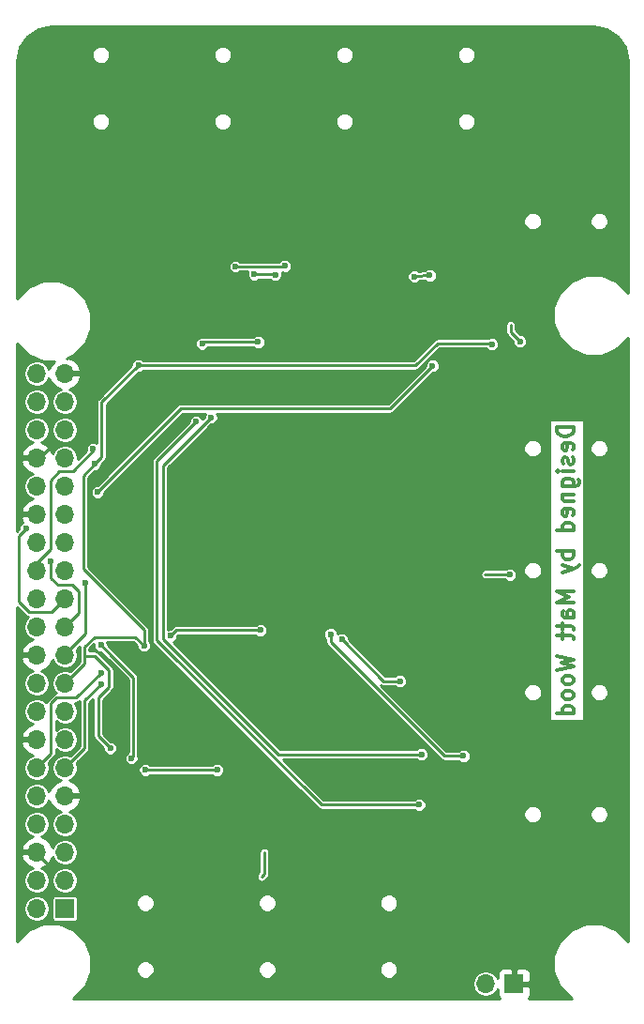
<source format=gbr>
G04 #@! TF.FileFunction,Copper,L2,Bot,Signal*
%FSLAX46Y46*%
G04 Gerber Fmt 4.6, Leading zero omitted, Abs format (unit mm)*
G04 Created by KiCad (PCBNEW 4.0.7) date 09/09/18 14:05:58*
%MOMM*%
%LPD*%
G01*
G04 APERTURE LIST*
%ADD10C,0.100000*%
%ADD11C,0.300000*%
%ADD12R,1.700000X1.700000*%
%ADD13O,1.700000X1.700000*%
%ADD14C,0.600000*%
%ADD15C,0.250000*%
%ADD16C,0.254000*%
G04 APERTURE END LIST*
D10*
D11*
X79178571Y-74071428D02*
X77678571Y-74071428D01*
X77678571Y-74428571D01*
X77750000Y-74642856D01*
X77892857Y-74785714D01*
X78035714Y-74857142D01*
X78321429Y-74928571D01*
X78535714Y-74928571D01*
X78821429Y-74857142D01*
X78964286Y-74785714D01*
X79107143Y-74642856D01*
X79178571Y-74428571D01*
X79178571Y-74071428D01*
X79107143Y-76142856D02*
X79178571Y-75999999D01*
X79178571Y-75714285D01*
X79107143Y-75571428D01*
X78964286Y-75499999D01*
X78392857Y-75499999D01*
X78250000Y-75571428D01*
X78178571Y-75714285D01*
X78178571Y-75999999D01*
X78250000Y-76142856D01*
X78392857Y-76214285D01*
X78535714Y-76214285D01*
X78678571Y-75499999D01*
X79107143Y-76785713D02*
X79178571Y-76928570D01*
X79178571Y-77214285D01*
X79107143Y-77357142D01*
X78964286Y-77428570D01*
X78892857Y-77428570D01*
X78750000Y-77357142D01*
X78678571Y-77214285D01*
X78678571Y-76999999D01*
X78607143Y-76857142D01*
X78464286Y-76785713D01*
X78392857Y-76785713D01*
X78250000Y-76857142D01*
X78178571Y-76999999D01*
X78178571Y-77214285D01*
X78250000Y-77357142D01*
X79178571Y-78071428D02*
X78178571Y-78071428D01*
X77678571Y-78071428D02*
X77750000Y-77999999D01*
X77821429Y-78071428D01*
X77750000Y-78142856D01*
X77678571Y-78071428D01*
X77821429Y-78071428D01*
X78178571Y-79428571D02*
X79392857Y-79428571D01*
X79535714Y-79357142D01*
X79607143Y-79285714D01*
X79678571Y-79142857D01*
X79678571Y-78928571D01*
X79607143Y-78785714D01*
X79107143Y-79428571D02*
X79178571Y-79285714D01*
X79178571Y-79000000D01*
X79107143Y-78857142D01*
X79035714Y-78785714D01*
X78892857Y-78714285D01*
X78464286Y-78714285D01*
X78321429Y-78785714D01*
X78250000Y-78857142D01*
X78178571Y-79000000D01*
X78178571Y-79285714D01*
X78250000Y-79428571D01*
X78178571Y-80142857D02*
X79178571Y-80142857D01*
X78321429Y-80142857D02*
X78250000Y-80214285D01*
X78178571Y-80357143D01*
X78178571Y-80571428D01*
X78250000Y-80714285D01*
X78392857Y-80785714D01*
X79178571Y-80785714D01*
X79107143Y-82071428D02*
X79178571Y-81928571D01*
X79178571Y-81642857D01*
X79107143Y-81500000D01*
X78964286Y-81428571D01*
X78392857Y-81428571D01*
X78250000Y-81500000D01*
X78178571Y-81642857D01*
X78178571Y-81928571D01*
X78250000Y-82071428D01*
X78392857Y-82142857D01*
X78535714Y-82142857D01*
X78678571Y-81428571D01*
X79178571Y-83428571D02*
X77678571Y-83428571D01*
X79107143Y-83428571D02*
X79178571Y-83285714D01*
X79178571Y-83000000D01*
X79107143Y-82857142D01*
X79035714Y-82785714D01*
X78892857Y-82714285D01*
X78464286Y-82714285D01*
X78321429Y-82785714D01*
X78250000Y-82857142D01*
X78178571Y-83000000D01*
X78178571Y-83285714D01*
X78250000Y-83428571D01*
X79178571Y-85285714D02*
X77678571Y-85285714D01*
X78250000Y-85285714D02*
X78178571Y-85428571D01*
X78178571Y-85714285D01*
X78250000Y-85857142D01*
X78321429Y-85928571D01*
X78464286Y-86000000D01*
X78892857Y-86000000D01*
X79035714Y-85928571D01*
X79107143Y-85857142D01*
X79178571Y-85714285D01*
X79178571Y-85428571D01*
X79107143Y-85285714D01*
X78178571Y-86500000D02*
X79178571Y-86857143D01*
X78178571Y-87214285D02*
X79178571Y-86857143D01*
X79535714Y-86714285D01*
X79607143Y-86642857D01*
X79678571Y-86500000D01*
X79178571Y-88928571D02*
X77678571Y-88928571D01*
X78750000Y-89428571D01*
X77678571Y-89928571D01*
X79178571Y-89928571D01*
X79178571Y-91285714D02*
X78392857Y-91285714D01*
X78250000Y-91214285D01*
X78178571Y-91071428D01*
X78178571Y-90785714D01*
X78250000Y-90642857D01*
X79107143Y-91285714D02*
X79178571Y-91142857D01*
X79178571Y-90785714D01*
X79107143Y-90642857D01*
X78964286Y-90571428D01*
X78821429Y-90571428D01*
X78678571Y-90642857D01*
X78607143Y-90785714D01*
X78607143Y-91142857D01*
X78535714Y-91285714D01*
X78178571Y-91785714D02*
X78178571Y-92357143D01*
X77678571Y-92000000D02*
X78964286Y-92000000D01*
X79107143Y-92071428D01*
X79178571Y-92214286D01*
X79178571Y-92357143D01*
X78178571Y-92642857D02*
X78178571Y-93214286D01*
X77678571Y-92857143D02*
X78964286Y-92857143D01*
X79107143Y-92928571D01*
X79178571Y-93071429D01*
X79178571Y-93214286D01*
X77678571Y-94714286D02*
X79178571Y-95071429D01*
X78107143Y-95357143D01*
X79178571Y-95642857D01*
X77678571Y-96000000D01*
X79178571Y-96785715D02*
X79107143Y-96642857D01*
X79035714Y-96571429D01*
X78892857Y-96500000D01*
X78464286Y-96500000D01*
X78321429Y-96571429D01*
X78250000Y-96642857D01*
X78178571Y-96785715D01*
X78178571Y-97000000D01*
X78250000Y-97142857D01*
X78321429Y-97214286D01*
X78464286Y-97285715D01*
X78892857Y-97285715D01*
X79035714Y-97214286D01*
X79107143Y-97142857D01*
X79178571Y-97000000D01*
X79178571Y-96785715D01*
X79178571Y-98142858D02*
X79107143Y-98000000D01*
X79035714Y-97928572D01*
X78892857Y-97857143D01*
X78464286Y-97857143D01*
X78321429Y-97928572D01*
X78250000Y-98000000D01*
X78178571Y-98142858D01*
X78178571Y-98357143D01*
X78250000Y-98500000D01*
X78321429Y-98571429D01*
X78464286Y-98642858D01*
X78892857Y-98642858D01*
X79035714Y-98571429D01*
X79107143Y-98500000D01*
X79178571Y-98357143D01*
X79178571Y-98142858D01*
X79178571Y-99928572D02*
X77678571Y-99928572D01*
X79107143Y-99928572D02*
X79178571Y-99785715D01*
X79178571Y-99500001D01*
X79107143Y-99357143D01*
X79035714Y-99285715D01*
X78892857Y-99214286D01*
X78464286Y-99214286D01*
X78321429Y-99285715D01*
X78250000Y-99357143D01*
X78178571Y-99500001D01*
X78178571Y-99785715D01*
X78250000Y-99928572D01*
D12*
X73800000Y-124300000D03*
D13*
X71260000Y-124300000D03*
D12*
X33250000Y-117500000D03*
D13*
X30710000Y-117500000D03*
X33250000Y-114960000D03*
X30710000Y-114960000D03*
X33250000Y-112420000D03*
X30710000Y-112420000D03*
X33250000Y-109880000D03*
X30710000Y-109880000D03*
X33250000Y-107340000D03*
X30710000Y-107340000D03*
X33250000Y-104800000D03*
X30710000Y-104800000D03*
X33250000Y-102260000D03*
X30710000Y-102260000D03*
X33250000Y-99720000D03*
X30710000Y-99720000D03*
X33250000Y-97180000D03*
X30710000Y-97180000D03*
X33250000Y-94640000D03*
X30710000Y-94640000D03*
X33250000Y-92100000D03*
X30710000Y-92100000D03*
X33250000Y-89560000D03*
X30710000Y-89560000D03*
X33250000Y-87020000D03*
X30710000Y-87020000D03*
X33250000Y-84480000D03*
X30710000Y-84480000D03*
X33250000Y-81940000D03*
X30710000Y-81940000D03*
X33250000Y-79400000D03*
X30710000Y-79400000D03*
X33250000Y-76860000D03*
X30710000Y-76860000D03*
X33250000Y-74320000D03*
X30710000Y-74320000D03*
X33250000Y-71780000D03*
X30710000Y-71780000D03*
X33250000Y-69240000D03*
X30710000Y-69240000D03*
D14*
X74350000Y-66350000D03*
X73450000Y-87400000D03*
X32000000Y-46500000D03*
X82500000Y-58500000D03*
X44100000Y-51600000D03*
X73100000Y-102700000D03*
X49600000Y-54700000D03*
X60650000Y-55000000D03*
X59650000Y-48800000D03*
X48550000Y-49050000D03*
X44350000Y-67200000D03*
X49650000Y-74850000D03*
X49450000Y-105200000D03*
X49650000Y-109450000D03*
X54550000Y-61600000D03*
X38100000Y-93700000D03*
X50200000Y-95500000D03*
X60900000Y-110700000D03*
X68650000Y-109050000D03*
X40100000Y-118850000D03*
X35400000Y-73100000D03*
X43200000Y-65700000D03*
X48200000Y-67300000D03*
X70300000Y-69850000D03*
X82650000Y-41350000D03*
X75650000Y-82400000D03*
X35450000Y-115900000D03*
X37350000Y-103050000D03*
X35900000Y-77400000D03*
X71800000Y-66600000D03*
X39880000Y-68510000D03*
X40400000Y-93800000D03*
X69250000Y-103750000D03*
X57250000Y-92750000D03*
X63500000Y-97000000D03*
X58250000Y-93250000D03*
X50700000Y-66400000D03*
X45650000Y-66550000D03*
X66200000Y-60400000D03*
X64800000Y-60500000D03*
X50350000Y-60300000D03*
X52250000Y-60350000D03*
X48650000Y-59600000D03*
X53100000Y-59550000D03*
X50900000Y-92400000D03*
X42800000Y-92900000D03*
X47000000Y-105000000D03*
X40500000Y-105000000D03*
X36500000Y-97250000D03*
X35100000Y-88100000D03*
X31940000Y-86170000D03*
X29730000Y-83250000D03*
X35800000Y-76060000D03*
X36500000Y-96250000D03*
X36500000Y-93750000D03*
X39250000Y-103950000D03*
X36200000Y-79950000D03*
X66450000Y-68550000D03*
X65450000Y-103600000D03*
X46450000Y-73200000D03*
X65250000Y-108150000D03*
X45100000Y-73600000D03*
D15*
X73500000Y-64850000D02*
X73500000Y-65500000D01*
X73500000Y-65500000D02*
X74350000Y-66350000D01*
X71200000Y-87350000D02*
X73400000Y-87350000D01*
X73400000Y-87350000D02*
X73450000Y-87400000D01*
X51250000Y-112450000D02*
X51250000Y-114400000D01*
X51250000Y-114400000D02*
X51000000Y-114650000D01*
X49450000Y-109250000D02*
X49450000Y-105200000D01*
X49650000Y-109450000D02*
X49450000Y-109250000D01*
X68650000Y-109050000D02*
X62550000Y-109050000D01*
X62550000Y-109050000D02*
X60900000Y-110700000D01*
X30710000Y-76860000D02*
X30940000Y-76860000D01*
X30940000Y-76860000D02*
X32150000Y-75650000D01*
X32150000Y-75650000D02*
X34400000Y-75650000D01*
X34400000Y-75650000D02*
X35400000Y-74650000D01*
X35400000Y-74650000D02*
X35400000Y-73100000D01*
X48250000Y-67350000D02*
X48450000Y-67350000D01*
X48200000Y-67300000D02*
X48250000Y-67350000D01*
X75650000Y-82400000D02*
X75650000Y-82550000D01*
X30710000Y-112420000D02*
X30710000Y-112510000D01*
X30710000Y-112510000D02*
X31950000Y-113750000D01*
X31950000Y-113750000D02*
X31950000Y-115650000D01*
X31950000Y-115650000D02*
X32450000Y-116150000D01*
X32450000Y-116150000D02*
X35200000Y-116150000D01*
X35200000Y-116150000D02*
X35450000Y-115900000D01*
X35950000Y-94700000D02*
X35000000Y-94700000D01*
X37250000Y-96000000D02*
X35950000Y-94700000D01*
X37250000Y-97500000D02*
X37250000Y-96000000D01*
X36250000Y-98500000D02*
X37250000Y-97500000D01*
X36250000Y-101950000D02*
X36250000Y-98500000D01*
X37350000Y-103050000D02*
X36250000Y-101950000D01*
X35900000Y-77400000D02*
X35920000Y-77420000D01*
X64890000Y-68510000D02*
X39880000Y-68510000D01*
X66900000Y-66500000D02*
X64890000Y-68510000D01*
X71700000Y-66500000D02*
X66900000Y-66500000D01*
X71800000Y-66600000D02*
X71700000Y-66500000D01*
X40400000Y-92340000D02*
X40400000Y-93800000D01*
X39880000Y-68510000D02*
X36560000Y-71830000D01*
X36560000Y-71830000D02*
X36560000Y-76780000D01*
X36560000Y-76780000D02*
X35920000Y-77420000D01*
X35920000Y-77420000D02*
X34900000Y-78440000D01*
X34900000Y-78440000D02*
X34900000Y-86840000D01*
X34900000Y-86840000D02*
X40400000Y-92340000D01*
X35000000Y-95430000D02*
X33250000Y-97180000D01*
X35000000Y-93900000D02*
X35000000Y-94700000D01*
X35000000Y-94700000D02*
X35000000Y-95430000D01*
X35900000Y-93000000D02*
X35000000Y-93900000D01*
X39600000Y-93000000D02*
X35900000Y-93000000D01*
X40400000Y-93800000D02*
X39600000Y-93000000D01*
X67500000Y-103750000D02*
X69250000Y-103750000D01*
X57250000Y-93500000D02*
X67500000Y-103750000D01*
X57250000Y-92750000D02*
X57250000Y-93500000D01*
X62000000Y-97000000D02*
X63500000Y-97000000D01*
X58250000Y-93250000D02*
X62000000Y-97000000D01*
X45800000Y-66400000D02*
X50700000Y-66400000D01*
X45650000Y-66550000D02*
X45800000Y-66400000D01*
X64850000Y-60450000D02*
X66200000Y-60400000D01*
X64800000Y-60500000D02*
X64850000Y-60450000D01*
X52200000Y-60300000D02*
X50350000Y-60300000D01*
X52250000Y-60350000D02*
X52200000Y-60300000D01*
X53050000Y-59600000D02*
X48650000Y-59600000D01*
X53100000Y-59550000D02*
X53050000Y-59600000D01*
X43300000Y-92400000D02*
X50900000Y-92400000D01*
X42800000Y-92900000D02*
X43300000Y-92400000D01*
X40500000Y-105000000D02*
X47000000Y-105000000D01*
X35000000Y-103050000D02*
X33250000Y-104800000D01*
X35000000Y-98750000D02*
X35000000Y-103050000D01*
X36500000Y-97250000D02*
X35000000Y-98750000D01*
X35100000Y-92700000D02*
X33250000Y-94550000D01*
X35100000Y-91500000D02*
X35100000Y-92700000D01*
X35100000Y-88100000D02*
X35100000Y-91500000D01*
X33250000Y-94550000D02*
X33250000Y-94640000D01*
X31940000Y-86170000D02*
X31940000Y-87613602D01*
X32000000Y-87673602D02*
X32626398Y-88300000D01*
X32626398Y-88300000D02*
X33900000Y-88300000D01*
X33900000Y-88300000D02*
X34500000Y-88900000D01*
X34500000Y-88900000D02*
X34500000Y-90850000D01*
X34500000Y-90850000D02*
X33250000Y-92100000D01*
X31940000Y-87613602D02*
X32000000Y-87673602D01*
X31940000Y-86170000D02*
X32040000Y-86270000D01*
X32060000Y-90750000D02*
X33250000Y-89560000D01*
X29990000Y-90750000D02*
X32060000Y-90750000D01*
X29040000Y-89800000D02*
X29990000Y-90750000D01*
X29040000Y-83940000D02*
X29040000Y-89800000D01*
X29730000Y-83250000D02*
X29040000Y-83940000D01*
X31920000Y-85110000D02*
X30710000Y-86320000D01*
X31920000Y-78900000D02*
X31920000Y-85110000D01*
X32730000Y-78090000D02*
X31920000Y-78900000D01*
X33950000Y-78090000D02*
X32730000Y-78090000D01*
X35895000Y-76145000D02*
X33950000Y-78090000D01*
X30710000Y-86320000D02*
X30710000Y-87020000D01*
X32000000Y-103510000D02*
X30710000Y-104800000D01*
X32000000Y-99000000D02*
X32000000Y-103510000D01*
X32500000Y-98500000D02*
X32000000Y-99000000D01*
X34250000Y-98500000D02*
X32500000Y-98500000D01*
X36500000Y-96250000D02*
X34250000Y-98500000D01*
X37500000Y-94750000D02*
X36500000Y-93750000D01*
X39400000Y-96650000D02*
X37500000Y-94750000D01*
X39400000Y-103800000D02*
X39400000Y-96650000D01*
X39250000Y-103950000D02*
X39400000Y-103800000D01*
X43750000Y-72400000D02*
X36200000Y-79950000D01*
X62600000Y-72400000D02*
X43750000Y-72400000D01*
X66450000Y-68550000D02*
X62600000Y-72400000D01*
X52500000Y-103600000D02*
X65450000Y-103600000D01*
X42100000Y-93200000D02*
X52500000Y-103600000D01*
X42100000Y-77550000D02*
X42100000Y-93200000D01*
X46450000Y-73200000D02*
X42100000Y-77550000D01*
X56413602Y-108150000D02*
X65250000Y-108150000D01*
X41550000Y-93286398D02*
X56413602Y-108150000D01*
X41550000Y-77150000D02*
X41550000Y-93286398D01*
X45100000Y-73600000D02*
X41550000Y-77150000D01*
D16*
G36*
X82182540Y-38145098D02*
X83185048Y-38814952D01*
X83854902Y-39817460D01*
X84098000Y-41039595D01*
X84098000Y-61999912D01*
X84076614Y-61948154D01*
X83057213Y-60926972D01*
X81724620Y-60373631D01*
X80281710Y-60372372D01*
X78948154Y-60923386D01*
X77926972Y-61942787D01*
X77373631Y-63275380D01*
X77372372Y-64718290D01*
X77923386Y-66051846D01*
X78942787Y-67073028D01*
X80275380Y-67626369D01*
X81718290Y-67627628D01*
X83051846Y-67076614D01*
X84073028Y-66057213D01*
X84098000Y-65997074D01*
X84098000Y-120499912D01*
X84076614Y-120448154D01*
X83057213Y-119426972D01*
X81724620Y-118873631D01*
X80281710Y-118872372D01*
X78948154Y-119423386D01*
X77926972Y-120442787D01*
X77373631Y-121775380D01*
X77372372Y-123218290D01*
X77923386Y-124551846D01*
X78942787Y-125573028D01*
X79002926Y-125598000D01*
X75100025Y-125598000D01*
X75188327Y-125509698D01*
X75285000Y-125276309D01*
X75285000Y-124585750D01*
X75126250Y-124427000D01*
X73927000Y-124427000D01*
X73927000Y-124447000D01*
X73673000Y-124447000D01*
X73673000Y-124427000D01*
X73653000Y-124427000D01*
X73653000Y-124173000D01*
X73673000Y-124173000D01*
X73673000Y-122973750D01*
X73927000Y-122973750D01*
X73927000Y-124173000D01*
X75126250Y-124173000D01*
X75285000Y-124014250D01*
X75285000Y-123323691D01*
X75188327Y-123090302D01*
X75009699Y-122911673D01*
X74776310Y-122815000D01*
X74085750Y-122815000D01*
X73927000Y-122973750D01*
X73673000Y-122973750D01*
X73514250Y-122815000D01*
X72823690Y-122815000D01*
X72590301Y-122911673D01*
X72411673Y-123090302D01*
X72315000Y-123323691D01*
X72315000Y-123778024D01*
X72092265Y-123444676D01*
X71710418Y-123189535D01*
X71260000Y-123099941D01*
X70809582Y-123189535D01*
X70427735Y-123444676D01*
X70172594Y-123826523D01*
X70083000Y-124276941D01*
X70083000Y-124323059D01*
X70172594Y-124773477D01*
X70427735Y-125155324D01*
X70809582Y-125410465D01*
X71260000Y-125500059D01*
X71710418Y-125410465D01*
X72092265Y-125155324D01*
X72315000Y-124821976D01*
X72315000Y-125276309D01*
X72411673Y-125509698D01*
X72499975Y-125598000D01*
X34000088Y-125598000D01*
X34051846Y-125576614D01*
X35073028Y-124557213D01*
X35626369Y-123224620D01*
X35626422Y-123163779D01*
X39672857Y-123163779D01*
X39798495Y-123467846D01*
X40030930Y-123700688D01*
X40334778Y-123826856D01*
X40663779Y-123827143D01*
X40967846Y-123701505D01*
X41200688Y-123469070D01*
X41326856Y-123165222D01*
X41326857Y-123163779D01*
X50672857Y-123163779D01*
X50798495Y-123467846D01*
X51030930Y-123700688D01*
X51334778Y-123826856D01*
X51663779Y-123827143D01*
X51967846Y-123701505D01*
X52200688Y-123469070D01*
X52326856Y-123165222D01*
X52326857Y-123163779D01*
X61672857Y-123163779D01*
X61798495Y-123467846D01*
X62030930Y-123700688D01*
X62334778Y-123826856D01*
X62663779Y-123827143D01*
X62967846Y-123701505D01*
X63200688Y-123469070D01*
X63326856Y-123165222D01*
X63327143Y-122836221D01*
X63201505Y-122532154D01*
X62969070Y-122299312D01*
X62665222Y-122173144D01*
X62336221Y-122172857D01*
X62032154Y-122298495D01*
X61799312Y-122530930D01*
X61673144Y-122834778D01*
X61672857Y-123163779D01*
X52326857Y-123163779D01*
X52327143Y-122836221D01*
X52201505Y-122532154D01*
X51969070Y-122299312D01*
X51665222Y-122173144D01*
X51336221Y-122172857D01*
X51032154Y-122298495D01*
X50799312Y-122530930D01*
X50673144Y-122834778D01*
X50672857Y-123163779D01*
X41326857Y-123163779D01*
X41327143Y-122836221D01*
X41201505Y-122532154D01*
X40969070Y-122299312D01*
X40665222Y-122173144D01*
X40336221Y-122172857D01*
X40032154Y-122298495D01*
X39799312Y-122530930D01*
X39673144Y-122834778D01*
X39672857Y-123163779D01*
X35626422Y-123163779D01*
X35627628Y-121781710D01*
X35076614Y-120448154D01*
X34057213Y-119426972D01*
X32724620Y-118873631D01*
X31281710Y-118872372D01*
X29948154Y-119423386D01*
X28926972Y-120442787D01*
X28902000Y-120502926D01*
X28902000Y-117500000D01*
X29509941Y-117500000D01*
X29599535Y-117950418D01*
X29854676Y-118332265D01*
X30236523Y-118587406D01*
X30686941Y-118677000D01*
X30733059Y-118677000D01*
X31183477Y-118587406D01*
X31565324Y-118332265D01*
X31820465Y-117950418D01*
X31910059Y-117500000D01*
X31820465Y-117049582D01*
X31565324Y-116667735D01*
X31538782Y-116650000D01*
X32066594Y-116650000D01*
X32066594Y-118350000D01*
X32089395Y-118471179D01*
X32161012Y-118582474D01*
X32270286Y-118657138D01*
X32400000Y-118683406D01*
X34100000Y-118683406D01*
X34221179Y-118660605D01*
X34332474Y-118588988D01*
X34407138Y-118479714D01*
X34433406Y-118350000D01*
X34433406Y-117163779D01*
X39672857Y-117163779D01*
X39798495Y-117467846D01*
X40030930Y-117700688D01*
X40334778Y-117826856D01*
X40663779Y-117827143D01*
X40967846Y-117701505D01*
X41200688Y-117469070D01*
X41326856Y-117165222D01*
X41326857Y-117163779D01*
X50672857Y-117163779D01*
X50798495Y-117467846D01*
X51030930Y-117700688D01*
X51334778Y-117826856D01*
X51663779Y-117827143D01*
X51967846Y-117701505D01*
X52200688Y-117469070D01*
X52326856Y-117165222D01*
X52326857Y-117163779D01*
X61672857Y-117163779D01*
X61798495Y-117467846D01*
X62030930Y-117700688D01*
X62334778Y-117826856D01*
X62663779Y-117827143D01*
X62967846Y-117701505D01*
X63200688Y-117469070D01*
X63326856Y-117165222D01*
X63327143Y-116836221D01*
X63201505Y-116532154D01*
X62969070Y-116299312D01*
X62665222Y-116173144D01*
X62336221Y-116172857D01*
X62032154Y-116298495D01*
X61799312Y-116530930D01*
X61673144Y-116834778D01*
X61672857Y-117163779D01*
X52326857Y-117163779D01*
X52327143Y-116836221D01*
X52201505Y-116532154D01*
X51969070Y-116299312D01*
X51665222Y-116173144D01*
X51336221Y-116172857D01*
X51032154Y-116298495D01*
X50799312Y-116530930D01*
X50673144Y-116834778D01*
X50672857Y-117163779D01*
X41326857Y-117163779D01*
X41327143Y-116836221D01*
X41201505Y-116532154D01*
X40969070Y-116299312D01*
X40665222Y-116173144D01*
X40336221Y-116172857D01*
X40032154Y-116298495D01*
X39799312Y-116530930D01*
X39673144Y-116834778D01*
X39672857Y-117163779D01*
X34433406Y-117163779D01*
X34433406Y-116650000D01*
X34410605Y-116528821D01*
X34338988Y-116417526D01*
X34229714Y-116342862D01*
X34100000Y-116316594D01*
X32400000Y-116316594D01*
X32278821Y-116339395D01*
X32167526Y-116411012D01*
X32092862Y-116520286D01*
X32066594Y-116650000D01*
X31538782Y-116650000D01*
X31183477Y-116412594D01*
X30733059Y-116323000D01*
X30686941Y-116323000D01*
X30236523Y-116412594D01*
X29854676Y-116667735D01*
X29599535Y-117049582D01*
X29509941Y-117500000D01*
X28902000Y-117500000D01*
X28902000Y-112063110D01*
X29268524Y-112063110D01*
X29389845Y-112293000D01*
X30583000Y-112293000D01*
X30583000Y-112273000D01*
X30837000Y-112273000D01*
X30837000Y-112293000D01*
X30857000Y-112293000D01*
X30857000Y-112547000D01*
X30837000Y-112547000D01*
X30837000Y-112567000D01*
X30583000Y-112567000D01*
X30583000Y-112547000D01*
X29389845Y-112547000D01*
X29268524Y-112776890D01*
X29438355Y-113186924D01*
X29828642Y-113615183D01*
X30335035Y-113852999D01*
X30236523Y-113872594D01*
X29854676Y-114127735D01*
X29599535Y-114509582D01*
X29509941Y-114960000D01*
X29599535Y-115410418D01*
X29854676Y-115792265D01*
X30236523Y-116047406D01*
X30686941Y-116137000D01*
X30733059Y-116137000D01*
X31183477Y-116047406D01*
X31565324Y-115792265D01*
X31820465Y-115410418D01*
X31910059Y-114960000D01*
X32049941Y-114960000D01*
X32139535Y-115410418D01*
X32394676Y-115792265D01*
X32776523Y-116047406D01*
X33226941Y-116137000D01*
X33273059Y-116137000D01*
X33723477Y-116047406D01*
X34105324Y-115792265D01*
X34360465Y-115410418D01*
X34450059Y-114960000D01*
X34388396Y-114650000D01*
X50548000Y-114650000D01*
X50582406Y-114822973D01*
X50680388Y-114969612D01*
X50827027Y-115067594D01*
X51000000Y-115102000D01*
X51172973Y-115067594D01*
X51319612Y-114969612D01*
X51569612Y-114719613D01*
X51667594Y-114572973D01*
X51680203Y-114509582D01*
X51702000Y-114400000D01*
X51702000Y-112450000D01*
X51667594Y-112277027D01*
X51569612Y-112130388D01*
X51422973Y-112032406D01*
X51250000Y-111998000D01*
X51077027Y-112032406D01*
X50930388Y-112130388D01*
X50832406Y-112277027D01*
X50798000Y-112450000D01*
X50798000Y-114212776D01*
X50680388Y-114330388D01*
X50582406Y-114477027D01*
X50548000Y-114650000D01*
X34388396Y-114650000D01*
X34360465Y-114509582D01*
X34105324Y-114127735D01*
X33723477Y-113872594D01*
X33273059Y-113783000D01*
X33226941Y-113783000D01*
X32776523Y-113872594D01*
X32394676Y-114127735D01*
X32139535Y-114509582D01*
X32049941Y-114960000D01*
X31910059Y-114960000D01*
X31820465Y-114509582D01*
X31565324Y-114127735D01*
X31183477Y-113872594D01*
X31084965Y-113852999D01*
X31591358Y-113615183D01*
X31981645Y-113186924D01*
X32130841Y-112826710D01*
X32139535Y-112870418D01*
X32394676Y-113252265D01*
X32776523Y-113507406D01*
X33226941Y-113597000D01*
X33273059Y-113597000D01*
X33723477Y-113507406D01*
X34105324Y-113252265D01*
X34360465Y-112870418D01*
X34450059Y-112420000D01*
X34360465Y-111969582D01*
X34105324Y-111587735D01*
X33723477Y-111332594D01*
X33273059Y-111243000D01*
X33226941Y-111243000D01*
X32776523Y-111332594D01*
X32394676Y-111587735D01*
X32139535Y-111969582D01*
X32130841Y-112013290D01*
X31981645Y-111653076D01*
X31591358Y-111224817D01*
X31084965Y-110987001D01*
X31183477Y-110967406D01*
X31565324Y-110712265D01*
X31820465Y-110330418D01*
X31910059Y-109880000D01*
X31820465Y-109429582D01*
X31565324Y-109047735D01*
X31183477Y-108792594D01*
X30733059Y-108703000D01*
X30686941Y-108703000D01*
X30236523Y-108792594D01*
X29854676Y-109047735D01*
X29599535Y-109429582D01*
X29509941Y-109880000D01*
X29599535Y-110330418D01*
X29854676Y-110712265D01*
X30236523Y-110967406D01*
X30335035Y-110987001D01*
X29828642Y-111224817D01*
X29438355Y-111653076D01*
X29268524Y-112063110D01*
X28902000Y-112063110D01*
X28902000Y-90301224D01*
X29670388Y-91069612D01*
X29817027Y-91167594D01*
X29961531Y-91196337D01*
X29854676Y-91267735D01*
X29599535Y-91649582D01*
X29509941Y-92100000D01*
X29599535Y-92550418D01*
X29854676Y-92932265D01*
X30236523Y-93187406D01*
X30335035Y-93207001D01*
X29828642Y-93444817D01*
X29438355Y-93873076D01*
X29268524Y-94283110D01*
X29389845Y-94513000D01*
X30583000Y-94513000D01*
X30583000Y-94493000D01*
X30837000Y-94493000D01*
X30837000Y-94513000D01*
X30857000Y-94513000D01*
X30857000Y-94767000D01*
X30837000Y-94767000D01*
X30837000Y-94787000D01*
X30583000Y-94787000D01*
X30583000Y-94767000D01*
X29389845Y-94767000D01*
X29268524Y-94996890D01*
X29438355Y-95406924D01*
X29828642Y-95835183D01*
X30335035Y-96072999D01*
X30236523Y-96092594D01*
X29854676Y-96347735D01*
X29599535Y-96729582D01*
X29509941Y-97180000D01*
X29599535Y-97630418D01*
X29854676Y-98012265D01*
X30236523Y-98267406D01*
X30686941Y-98357000D01*
X30733059Y-98357000D01*
X31183477Y-98267406D01*
X31565324Y-98012265D01*
X31820465Y-97630418D01*
X31910059Y-97180000D01*
X31820465Y-96729582D01*
X31565324Y-96347735D01*
X31183477Y-96092594D01*
X31084965Y-96072999D01*
X31591358Y-95835183D01*
X31981645Y-95406924D01*
X32130841Y-95046710D01*
X32139535Y-95090418D01*
X32394676Y-95472265D01*
X32776523Y-95727406D01*
X33226941Y-95817000D01*
X33273059Y-95817000D01*
X33723477Y-95727406D01*
X34105324Y-95472265D01*
X34360465Y-95090418D01*
X34450059Y-94640000D01*
X34360465Y-94189582D01*
X34316076Y-94123148D01*
X34550179Y-93889045D01*
X34548000Y-93900000D01*
X34548000Y-95242776D01*
X33702379Y-96088397D01*
X33273059Y-96003000D01*
X33226941Y-96003000D01*
X32776523Y-96092594D01*
X32394676Y-96347735D01*
X32139535Y-96729582D01*
X32049941Y-97180000D01*
X32139535Y-97630418D01*
X32394676Y-98012265D01*
X32460050Y-98055946D01*
X32327027Y-98082406D01*
X32180388Y-98180388D01*
X31680388Y-98680388D01*
X31582406Y-98827027D01*
X31569182Y-98893509D01*
X31565324Y-98887735D01*
X31183477Y-98632594D01*
X30733059Y-98543000D01*
X30686941Y-98543000D01*
X30236523Y-98632594D01*
X29854676Y-98887735D01*
X29599535Y-99269582D01*
X29509941Y-99720000D01*
X29599535Y-100170418D01*
X29854676Y-100552265D01*
X30236523Y-100807406D01*
X30335035Y-100827001D01*
X29828642Y-101064817D01*
X29438355Y-101493076D01*
X29268524Y-101903110D01*
X29389845Y-102133000D01*
X30583000Y-102133000D01*
X30583000Y-102113000D01*
X30837000Y-102113000D01*
X30837000Y-102133000D01*
X30857000Y-102133000D01*
X30857000Y-102387000D01*
X30837000Y-102387000D01*
X30837000Y-102407000D01*
X30583000Y-102407000D01*
X30583000Y-102387000D01*
X29389845Y-102387000D01*
X29268524Y-102616890D01*
X29438355Y-103026924D01*
X29828642Y-103455183D01*
X30335035Y-103692999D01*
X30236523Y-103712594D01*
X29854676Y-103967735D01*
X29599535Y-104349582D01*
X29509941Y-104800000D01*
X29599535Y-105250418D01*
X29854676Y-105632265D01*
X30236523Y-105887406D01*
X30686941Y-105977000D01*
X30733059Y-105977000D01*
X31183477Y-105887406D01*
X31565324Y-105632265D01*
X31820465Y-105250418D01*
X31910059Y-104800000D01*
X31820465Y-104349582D01*
X31812125Y-104337100D01*
X32319612Y-103829613D01*
X32417594Y-103682974D01*
X32423302Y-103654276D01*
X32452000Y-103510000D01*
X32452000Y-103130568D01*
X32776523Y-103347406D01*
X33226941Y-103437000D01*
X33273059Y-103437000D01*
X33723477Y-103347406D01*
X34105324Y-103092265D01*
X34360465Y-102710418D01*
X34450059Y-102260000D01*
X34360465Y-101809582D01*
X34105324Y-101427735D01*
X33723477Y-101172594D01*
X33273059Y-101083000D01*
X33226941Y-101083000D01*
X32776523Y-101172594D01*
X32452000Y-101389432D01*
X32452000Y-100590568D01*
X32776523Y-100807406D01*
X33226941Y-100897000D01*
X33273059Y-100897000D01*
X33723477Y-100807406D01*
X34105324Y-100552265D01*
X34360465Y-100170418D01*
X34450059Y-99720000D01*
X34360465Y-99269582D01*
X34148264Y-98952000D01*
X34250000Y-98952000D01*
X34422973Y-98917594D01*
X34548000Y-98834053D01*
X34548000Y-102862776D01*
X33702379Y-103708397D01*
X33273059Y-103623000D01*
X33226941Y-103623000D01*
X32776523Y-103712594D01*
X32394676Y-103967735D01*
X32139535Y-104349582D01*
X32049941Y-104800000D01*
X32139535Y-105250418D01*
X32394676Y-105632265D01*
X32776523Y-105887406D01*
X32875035Y-105907001D01*
X32368642Y-106144817D01*
X31978355Y-106573076D01*
X31829159Y-106933290D01*
X31820465Y-106889582D01*
X31565324Y-106507735D01*
X31183477Y-106252594D01*
X30733059Y-106163000D01*
X30686941Y-106163000D01*
X30236523Y-106252594D01*
X29854676Y-106507735D01*
X29599535Y-106889582D01*
X29509941Y-107340000D01*
X29599535Y-107790418D01*
X29854676Y-108172265D01*
X30236523Y-108427406D01*
X30686941Y-108517000D01*
X30733059Y-108517000D01*
X31183477Y-108427406D01*
X31565324Y-108172265D01*
X31820465Y-107790418D01*
X31829159Y-107746710D01*
X31978355Y-108106924D01*
X32368642Y-108535183D01*
X32875035Y-108772999D01*
X32776523Y-108792594D01*
X32394676Y-109047735D01*
X32139535Y-109429582D01*
X32049941Y-109880000D01*
X32139535Y-110330418D01*
X32394676Y-110712265D01*
X32776523Y-110967406D01*
X33226941Y-111057000D01*
X33273059Y-111057000D01*
X33723477Y-110967406D01*
X34105324Y-110712265D01*
X34360465Y-110330418D01*
X34450059Y-109880000D01*
X34360465Y-109429582D01*
X34182862Y-109163779D01*
X74672857Y-109163779D01*
X74798495Y-109467846D01*
X75030930Y-109700688D01*
X75334778Y-109826856D01*
X75663779Y-109827143D01*
X75967846Y-109701505D01*
X76200688Y-109469070D01*
X76326856Y-109165222D01*
X76326857Y-109163779D01*
X80672857Y-109163779D01*
X80798495Y-109467846D01*
X81030930Y-109700688D01*
X81334778Y-109826856D01*
X81663779Y-109827143D01*
X81967846Y-109701505D01*
X82200688Y-109469070D01*
X82326856Y-109165222D01*
X82327143Y-108836221D01*
X82201505Y-108532154D01*
X81969070Y-108299312D01*
X81665222Y-108173144D01*
X81336221Y-108172857D01*
X81032154Y-108298495D01*
X80799312Y-108530930D01*
X80673144Y-108834778D01*
X80672857Y-109163779D01*
X76326857Y-109163779D01*
X76327143Y-108836221D01*
X76201505Y-108532154D01*
X75969070Y-108299312D01*
X75665222Y-108173144D01*
X75336221Y-108172857D01*
X75032154Y-108298495D01*
X74799312Y-108530930D01*
X74673144Y-108834778D01*
X74672857Y-109163779D01*
X34182862Y-109163779D01*
X34105324Y-109047735D01*
X33723477Y-108792594D01*
X33624965Y-108772999D01*
X34131358Y-108535183D01*
X34521645Y-108106924D01*
X34691476Y-107696890D01*
X34570155Y-107467000D01*
X33377000Y-107467000D01*
X33377000Y-107487000D01*
X33123000Y-107487000D01*
X33123000Y-107467000D01*
X33103000Y-107467000D01*
X33103000Y-107213000D01*
X33123000Y-107213000D01*
X33123000Y-107193000D01*
X33377000Y-107193000D01*
X33377000Y-107213000D01*
X34570155Y-107213000D01*
X34691476Y-106983110D01*
X34521645Y-106573076D01*
X34131358Y-106144817D01*
X33624965Y-105907001D01*
X33723477Y-105887406D01*
X34105324Y-105632265D01*
X34360465Y-105250418D01*
X34385577Y-105124171D01*
X39872891Y-105124171D01*
X39968145Y-105354703D01*
X40144369Y-105531235D01*
X40374735Y-105626891D01*
X40624171Y-105627109D01*
X40854703Y-105531855D01*
X40934698Y-105452000D01*
X46565272Y-105452000D01*
X46644369Y-105531235D01*
X46874735Y-105626891D01*
X47124171Y-105627109D01*
X47354703Y-105531855D01*
X47531235Y-105355631D01*
X47626891Y-105125265D01*
X47627109Y-104875829D01*
X47531855Y-104645297D01*
X47355631Y-104468765D01*
X47125265Y-104373109D01*
X46875829Y-104372891D01*
X46645297Y-104468145D01*
X46565302Y-104548000D01*
X40934728Y-104548000D01*
X40855631Y-104468765D01*
X40625265Y-104373109D01*
X40375829Y-104372891D01*
X40145297Y-104468145D01*
X39968765Y-104644369D01*
X39873109Y-104874735D01*
X39872891Y-105124171D01*
X34385577Y-105124171D01*
X34450059Y-104800000D01*
X34360465Y-104349582D01*
X34352124Y-104337100D01*
X35319612Y-103369612D01*
X35417594Y-103222973D01*
X35452000Y-103050000D01*
X35452000Y-98937224D01*
X35798000Y-98591224D01*
X35798000Y-101950000D01*
X35832406Y-102122973D01*
X35930388Y-102269612D01*
X36722989Y-103062213D01*
X36722891Y-103174171D01*
X36818145Y-103404703D01*
X36994369Y-103581235D01*
X37224735Y-103676891D01*
X37474171Y-103677109D01*
X37704703Y-103581855D01*
X37881235Y-103405631D01*
X37976891Y-103175265D01*
X37977109Y-102925829D01*
X37881855Y-102695297D01*
X37705631Y-102518765D01*
X37475265Y-102423109D01*
X37362234Y-102423010D01*
X36702000Y-101762776D01*
X36702000Y-98687224D01*
X37569613Y-97819612D01*
X37667594Y-97672973D01*
X37702000Y-97500000D01*
X37702000Y-96000000D01*
X37667594Y-95827027D01*
X37648199Y-95798000D01*
X37569613Y-95680388D01*
X36269612Y-94380388D01*
X36122973Y-94282406D01*
X35950000Y-94248000D01*
X35452000Y-94248000D01*
X35452000Y-94087224D01*
X35873073Y-93666151D01*
X35872891Y-93874171D01*
X35968145Y-94104703D01*
X36144369Y-94281235D01*
X36374735Y-94376891D01*
X36487765Y-94376990D01*
X37180388Y-95069613D01*
X37180391Y-95069615D01*
X38948000Y-96837224D01*
X38948000Y-103396369D01*
X38895297Y-103418145D01*
X38718765Y-103594369D01*
X38623109Y-103824735D01*
X38622891Y-104074171D01*
X38718145Y-104304703D01*
X38894369Y-104481235D01*
X39124735Y-104576891D01*
X39374171Y-104577109D01*
X39604703Y-104481855D01*
X39781235Y-104305631D01*
X39876891Y-104075265D01*
X39877109Y-103825829D01*
X39852000Y-103765061D01*
X39852000Y-96650000D01*
X39817594Y-96477027D01*
X39719612Y-96330388D01*
X37819615Y-94430391D01*
X37819613Y-94430388D01*
X37127011Y-93737787D01*
X37127109Y-93625829D01*
X37055284Y-93452000D01*
X39412776Y-93452000D01*
X39772989Y-93812213D01*
X39772891Y-93924171D01*
X39868145Y-94154703D01*
X40044369Y-94331235D01*
X40274735Y-94426891D01*
X40524171Y-94427109D01*
X40754703Y-94331855D01*
X40931235Y-94155631D01*
X41026891Y-93925265D01*
X41027109Y-93675829D01*
X40931855Y-93445297D01*
X40852000Y-93365302D01*
X40852000Y-92340000D01*
X40817594Y-92167027D01*
X40772808Y-92100000D01*
X40719613Y-92020388D01*
X35352000Y-86652776D01*
X35352000Y-80074171D01*
X35572891Y-80074171D01*
X35668145Y-80304703D01*
X35844369Y-80481235D01*
X36074735Y-80576891D01*
X36324171Y-80577109D01*
X36554703Y-80481855D01*
X36731235Y-80305631D01*
X36826891Y-80075265D01*
X36826990Y-79962234D01*
X43937225Y-72852000D01*
X45915596Y-72852000D01*
X45823109Y-73074735D01*
X45823010Y-73187766D01*
X45670924Y-73339852D01*
X45631855Y-73245297D01*
X45455631Y-73068765D01*
X45225265Y-72973109D01*
X44975829Y-72972891D01*
X44745297Y-73068145D01*
X44568765Y-73244369D01*
X44473109Y-73474735D01*
X44473010Y-73587766D01*
X41230388Y-76830388D01*
X41132406Y-76977027D01*
X41098000Y-77150000D01*
X41098000Y-93286398D01*
X41132406Y-93459371D01*
X41230388Y-93606010D01*
X56093990Y-108469613D01*
X56240629Y-108567594D01*
X56413602Y-108602000D01*
X64815272Y-108602000D01*
X64894369Y-108681235D01*
X65124735Y-108776891D01*
X65374171Y-108777109D01*
X65604703Y-108681855D01*
X65781235Y-108505631D01*
X65876891Y-108275265D01*
X65877109Y-108025829D01*
X65781855Y-107795297D01*
X65605631Y-107618765D01*
X65375265Y-107523109D01*
X65125829Y-107522891D01*
X64895297Y-107618145D01*
X64815302Y-107698000D01*
X56600827Y-107698000D01*
X52954827Y-104052000D01*
X65015272Y-104052000D01*
X65094369Y-104131235D01*
X65324735Y-104226891D01*
X65574171Y-104227109D01*
X65804703Y-104131855D01*
X65981235Y-103955631D01*
X66076891Y-103725265D01*
X66077109Y-103475829D01*
X65981855Y-103245297D01*
X65805631Y-103068765D01*
X65575265Y-102973109D01*
X65325829Y-102972891D01*
X65095297Y-103068145D01*
X65015302Y-103148000D01*
X52687224Y-103148000D01*
X43024767Y-93485543D01*
X43154703Y-93431855D01*
X43331235Y-93255631D01*
X43426891Y-93025265D01*
X43426990Y-92912234D01*
X43487224Y-92852000D01*
X50465272Y-92852000D01*
X50544369Y-92931235D01*
X50774735Y-93026891D01*
X51024171Y-93027109D01*
X51254703Y-92931855D01*
X51312487Y-92874171D01*
X56622891Y-92874171D01*
X56718145Y-93104703D01*
X56798000Y-93184698D01*
X56798000Y-93500000D01*
X56832406Y-93672973D01*
X56930388Y-93819612D01*
X67180388Y-104069612D01*
X67327027Y-104167594D01*
X67500000Y-104202000D01*
X68815272Y-104202000D01*
X68894369Y-104281235D01*
X69124735Y-104376891D01*
X69374171Y-104377109D01*
X69604703Y-104281855D01*
X69781235Y-104105631D01*
X69876891Y-103875265D01*
X69877109Y-103625829D01*
X69781855Y-103395297D01*
X69605631Y-103218765D01*
X69375265Y-103123109D01*
X69125829Y-103122891D01*
X68895297Y-103218145D01*
X68815302Y-103298000D01*
X67687224Y-103298000D01*
X62553003Y-98163779D01*
X74672857Y-98163779D01*
X74798495Y-98467846D01*
X75030930Y-98700688D01*
X75334778Y-98826856D01*
X75663779Y-98827143D01*
X75967846Y-98701505D01*
X76200688Y-98469070D01*
X76326856Y-98165222D01*
X76327143Y-97836221D01*
X76201505Y-97532154D01*
X75969070Y-97299312D01*
X75665222Y-97173144D01*
X75336221Y-97172857D01*
X75032154Y-97298495D01*
X74799312Y-97530930D01*
X74673144Y-97834778D01*
X74672857Y-98163779D01*
X62553003Y-98163779D01*
X61766123Y-97376899D01*
X61827027Y-97417594D01*
X62000000Y-97452000D01*
X63065272Y-97452000D01*
X63144369Y-97531235D01*
X63374735Y-97626891D01*
X63624171Y-97627109D01*
X63854703Y-97531855D01*
X64031235Y-97355631D01*
X64126891Y-97125265D01*
X64127109Y-96875829D01*
X64031855Y-96645297D01*
X63855631Y-96468765D01*
X63625265Y-96373109D01*
X63375829Y-96372891D01*
X63145297Y-96468145D01*
X63065302Y-96548000D01*
X62187224Y-96548000D01*
X58877011Y-93237787D01*
X58877109Y-93125829D01*
X58781855Y-92895297D01*
X58605631Y-92718765D01*
X58375265Y-92623109D01*
X58125829Y-92622891D01*
X57895297Y-92718145D01*
X57877012Y-92736398D01*
X57877109Y-92625829D01*
X57781855Y-92395297D01*
X57605631Y-92218765D01*
X57375265Y-92123109D01*
X57125829Y-92122891D01*
X56895297Y-92218145D01*
X56718765Y-92394369D01*
X56623109Y-92624735D01*
X56622891Y-92874171D01*
X51312487Y-92874171D01*
X51431235Y-92755631D01*
X51526891Y-92525265D01*
X51527109Y-92275829D01*
X51431855Y-92045297D01*
X51255631Y-91868765D01*
X51025265Y-91773109D01*
X50775829Y-91772891D01*
X50545297Y-91868145D01*
X50465302Y-91948000D01*
X43300000Y-91948000D01*
X43127027Y-91982406D01*
X42980388Y-92080388D01*
X42787787Y-92272989D01*
X42675829Y-92272891D01*
X42552000Y-92324056D01*
X42552000Y-87350000D01*
X70748000Y-87350000D01*
X70782406Y-87522973D01*
X70880388Y-87669612D01*
X71027027Y-87767594D01*
X71200000Y-87802000D01*
X72965359Y-87802000D01*
X73094369Y-87931235D01*
X73324735Y-88026891D01*
X73574171Y-88027109D01*
X73804703Y-87931855D01*
X73981235Y-87755631D01*
X74076891Y-87525265D01*
X74077109Y-87275829D01*
X74030811Y-87163779D01*
X74672857Y-87163779D01*
X74798495Y-87467846D01*
X75030930Y-87700688D01*
X75334778Y-87826856D01*
X75663779Y-87827143D01*
X75967846Y-87701505D01*
X76200688Y-87469070D01*
X76326856Y-87165222D01*
X76327143Y-86836221D01*
X76201505Y-86532154D01*
X75969070Y-86299312D01*
X75665222Y-86173144D01*
X75336221Y-86172857D01*
X75032154Y-86298495D01*
X74799312Y-86530930D01*
X74673144Y-86834778D01*
X74672857Y-87163779D01*
X74030811Y-87163779D01*
X73981855Y-87045297D01*
X73805631Y-86868765D01*
X73575265Y-86773109D01*
X73325829Y-86772891D01*
X73095297Y-86868145D01*
X73065390Y-86898000D01*
X71200000Y-86898000D01*
X71027027Y-86932406D01*
X70880388Y-87030388D01*
X70782406Y-87177027D01*
X70748000Y-87350000D01*
X42552000Y-87350000D01*
X42552000Y-77737224D01*
X44125445Y-76163779D01*
X74672857Y-76163779D01*
X74798495Y-76467846D01*
X75030930Y-76700688D01*
X75334778Y-76826856D01*
X75663779Y-76827143D01*
X75967846Y-76701505D01*
X76200688Y-76469070D01*
X76326856Y-76165222D01*
X76327143Y-75836221D01*
X76201505Y-75532154D01*
X75969070Y-75299312D01*
X75665222Y-75173144D01*
X75336221Y-75172857D01*
X75032154Y-75298495D01*
X74799312Y-75530930D01*
X74673144Y-75834778D01*
X74672857Y-76163779D01*
X44125445Y-76163779D01*
X46462213Y-73827011D01*
X46574171Y-73827109D01*
X46804703Y-73731855D01*
X46981235Y-73555631D01*
X47051138Y-73387285D01*
X76973000Y-73387285D01*
X76973000Y-100612715D01*
X80177000Y-100612715D01*
X80177000Y-98163779D01*
X80672857Y-98163779D01*
X80798495Y-98467846D01*
X81030930Y-98700688D01*
X81334778Y-98826856D01*
X81663779Y-98827143D01*
X81967846Y-98701505D01*
X82200688Y-98469070D01*
X82326856Y-98165222D01*
X82327143Y-97836221D01*
X82201505Y-97532154D01*
X81969070Y-97299312D01*
X81665222Y-97173144D01*
X81336221Y-97172857D01*
X81032154Y-97298495D01*
X80799312Y-97530930D01*
X80673144Y-97834778D01*
X80672857Y-98163779D01*
X80177000Y-98163779D01*
X80177000Y-87163779D01*
X80672857Y-87163779D01*
X80798495Y-87467846D01*
X81030930Y-87700688D01*
X81334778Y-87826856D01*
X81663779Y-87827143D01*
X81967846Y-87701505D01*
X82200688Y-87469070D01*
X82326856Y-87165222D01*
X82327143Y-86836221D01*
X82201505Y-86532154D01*
X81969070Y-86299312D01*
X81665222Y-86173144D01*
X81336221Y-86172857D01*
X81032154Y-86298495D01*
X80799312Y-86530930D01*
X80673144Y-86834778D01*
X80672857Y-87163779D01*
X80177000Y-87163779D01*
X80177000Y-76163779D01*
X80672857Y-76163779D01*
X80798495Y-76467846D01*
X81030930Y-76700688D01*
X81334778Y-76826856D01*
X81663779Y-76827143D01*
X81967846Y-76701505D01*
X82200688Y-76469070D01*
X82326856Y-76165222D01*
X82327143Y-75836221D01*
X82201505Y-75532154D01*
X81969070Y-75299312D01*
X81665222Y-75173144D01*
X81336221Y-75172857D01*
X81032154Y-75298495D01*
X80799312Y-75530930D01*
X80673144Y-75834778D01*
X80672857Y-76163779D01*
X80177000Y-76163779D01*
X80177000Y-73387285D01*
X76973000Y-73387285D01*
X47051138Y-73387285D01*
X47076891Y-73325265D01*
X47077109Y-73075829D01*
X46984625Y-72852000D01*
X62600000Y-72852000D01*
X62772973Y-72817594D01*
X62919612Y-72719612D01*
X66462213Y-69177011D01*
X66574171Y-69177109D01*
X66804703Y-69081855D01*
X66981235Y-68905631D01*
X67076891Y-68675265D01*
X67077109Y-68425829D01*
X66981855Y-68195297D01*
X66805631Y-68018765D01*
X66575265Y-67923109D01*
X66325829Y-67922891D01*
X66095297Y-68018145D01*
X65918765Y-68194369D01*
X65823109Y-68424735D01*
X65823010Y-68537766D01*
X62412776Y-71948000D01*
X43750000Y-71948000D01*
X43577027Y-71982406D01*
X43430387Y-72080388D01*
X36187787Y-79322989D01*
X36075829Y-79322891D01*
X35845297Y-79418145D01*
X35668765Y-79594369D01*
X35573109Y-79824735D01*
X35572891Y-80074171D01*
X35352000Y-80074171D01*
X35352000Y-78627224D01*
X35952178Y-78027046D01*
X36024171Y-78027109D01*
X36254703Y-77931855D01*
X36431235Y-77755631D01*
X36526891Y-77525265D01*
X36526955Y-77452269D01*
X36879612Y-77099612D01*
X36977594Y-76952973D01*
X37012000Y-76780000D01*
X37012000Y-72017224D01*
X39892213Y-69137011D01*
X40004171Y-69137109D01*
X40234703Y-69041855D01*
X40314698Y-68962000D01*
X64890000Y-68962000D01*
X65062973Y-68927594D01*
X65209612Y-68829612D01*
X67087224Y-66952000D01*
X71267028Y-66952000D01*
X71268145Y-66954703D01*
X71444369Y-67131235D01*
X71674735Y-67226891D01*
X71924171Y-67227109D01*
X72154703Y-67131855D01*
X72331235Y-66955631D01*
X72426891Y-66725265D01*
X72427109Y-66475829D01*
X72331855Y-66245297D01*
X72155631Y-66068765D01*
X71925265Y-65973109D01*
X71675829Y-65972891D01*
X71494052Y-66048000D01*
X66900000Y-66048000D01*
X66727027Y-66082406D01*
X66580388Y-66180388D01*
X64702776Y-68058000D01*
X40314728Y-68058000D01*
X40235631Y-67978765D01*
X40005265Y-67883109D01*
X39755829Y-67882891D01*
X39525297Y-67978145D01*
X39348765Y-68154369D01*
X39253109Y-68384735D01*
X39253010Y-68497766D01*
X36240388Y-71510388D01*
X36142406Y-71657027D01*
X36108000Y-71830000D01*
X36108000Y-75508987D01*
X35925265Y-75433109D01*
X35675829Y-75432891D01*
X35445297Y-75528145D01*
X35268765Y-75704369D01*
X35173109Y-75934735D01*
X35172891Y-76184171D01*
X35185672Y-76215103D01*
X34427534Y-76973242D01*
X34450059Y-76860000D01*
X34360465Y-76409582D01*
X34105324Y-76027735D01*
X33723477Y-75772594D01*
X33273059Y-75683000D01*
X33226941Y-75683000D01*
X32776523Y-75772594D01*
X32394676Y-76027735D01*
X32139535Y-76409582D01*
X32130841Y-76453290D01*
X31981645Y-76093076D01*
X31591358Y-75664817D01*
X31084965Y-75427001D01*
X31183477Y-75407406D01*
X31565324Y-75152265D01*
X31820465Y-74770418D01*
X31910059Y-74320000D01*
X32049941Y-74320000D01*
X32139535Y-74770418D01*
X32394676Y-75152265D01*
X32776523Y-75407406D01*
X33226941Y-75497000D01*
X33273059Y-75497000D01*
X33723477Y-75407406D01*
X34105324Y-75152265D01*
X34360465Y-74770418D01*
X34450059Y-74320000D01*
X34360465Y-73869582D01*
X34105324Y-73487735D01*
X33723477Y-73232594D01*
X33273059Y-73143000D01*
X33226941Y-73143000D01*
X32776523Y-73232594D01*
X32394676Y-73487735D01*
X32139535Y-73869582D01*
X32049941Y-74320000D01*
X31910059Y-74320000D01*
X31820465Y-73869582D01*
X31565324Y-73487735D01*
X31183477Y-73232594D01*
X30733059Y-73143000D01*
X30686941Y-73143000D01*
X30236523Y-73232594D01*
X29854676Y-73487735D01*
X29599535Y-73869582D01*
X29509941Y-74320000D01*
X29599535Y-74770418D01*
X29854676Y-75152265D01*
X30236523Y-75407406D01*
X30335035Y-75427001D01*
X29828642Y-75664817D01*
X29438355Y-76093076D01*
X29268524Y-76503110D01*
X29389845Y-76733000D01*
X30583000Y-76733000D01*
X30583000Y-76713000D01*
X30837000Y-76713000D01*
X30837000Y-76733000D01*
X30857000Y-76733000D01*
X30857000Y-76987000D01*
X30837000Y-76987000D01*
X30837000Y-77007000D01*
X30583000Y-77007000D01*
X30583000Y-76987000D01*
X29389845Y-76987000D01*
X29268524Y-77216890D01*
X29438355Y-77626924D01*
X29828642Y-78055183D01*
X30335035Y-78292999D01*
X30236523Y-78312594D01*
X29854676Y-78567735D01*
X29599535Y-78949582D01*
X29509941Y-79400000D01*
X29599535Y-79850418D01*
X29854676Y-80232265D01*
X30236523Y-80487406D01*
X30335035Y-80507001D01*
X29828642Y-80744817D01*
X29438355Y-81173076D01*
X29268524Y-81583110D01*
X29389845Y-81813000D01*
X30583000Y-81813000D01*
X30583000Y-81793000D01*
X30837000Y-81793000D01*
X30837000Y-81813000D01*
X30857000Y-81813000D01*
X30857000Y-82067000D01*
X30837000Y-82067000D01*
X30837000Y-82087000D01*
X30583000Y-82087000D01*
X30583000Y-82067000D01*
X29389845Y-82067000D01*
X29268524Y-82296890D01*
X29433109Y-82694258D01*
X29375297Y-82718145D01*
X29198765Y-82894369D01*
X29103109Y-83124735D01*
X29103010Y-83237765D01*
X28902000Y-83438776D01*
X28902000Y-71780000D01*
X29509941Y-71780000D01*
X29599535Y-72230418D01*
X29854676Y-72612265D01*
X30236523Y-72867406D01*
X30686941Y-72957000D01*
X30733059Y-72957000D01*
X31183477Y-72867406D01*
X31565324Y-72612265D01*
X31820465Y-72230418D01*
X31910059Y-71780000D01*
X31820465Y-71329582D01*
X31565324Y-70947735D01*
X31183477Y-70692594D01*
X30733059Y-70603000D01*
X30686941Y-70603000D01*
X30236523Y-70692594D01*
X29854676Y-70947735D01*
X29599535Y-71329582D01*
X29509941Y-71780000D01*
X28902000Y-71780000D01*
X28902000Y-66500088D01*
X28923386Y-66551846D01*
X29942787Y-67573028D01*
X31275380Y-68126369D01*
X32293511Y-68127257D01*
X31978355Y-68473076D01*
X31829159Y-68833290D01*
X31820465Y-68789582D01*
X31565324Y-68407735D01*
X31183477Y-68152594D01*
X30733059Y-68063000D01*
X30686941Y-68063000D01*
X30236523Y-68152594D01*
X29854676Y-68407735D01*
X29599535Y-68789582D01*
X29509941Y-69240000D01*
X29599535Y-69690418D01*
X29854676Y-70072265D01*
X30236523Y-70327406D01*
X30686941Y-70417000D01*
X30733059Y-70417000D01*
X31183477Y-70327406D01*
X31565324Y-70072265D01*
X31820465Y-69690418D01*
X31829159Y-69646710D01*
X31978355Y-70006924D01*
X32368642Y-70435183D01*
X32875035Y-70672999D01*
X32776523Y-70692594D01*
X32394676Y-70947735D01*
X32139535Y-71329582D01*
X32049941Y-71780000D01*
X32139535Y-72230418D01*
X32394676Y-72612265D01*
X32776523Y-72867406D01*
X33226941Y-72957000D01*
X33273059Y-72957000D01*
X33723477Y-72867406D01*
X34105324Y-72612265D01*
X34360465Y-72230418D01*
X34450059Y-71780000D01*
X34360465Y-71329582D01*
X34105324Y-70947735D01*
X33723477Y-70692594D01*
X33624965Y-70672999D01*
X34131358Y-70435183D01*
X34521645Y-70006924D01*
X34691476Y-69596890D01*
X34570155Y-69367000D01*
X33377000Y-69367000D01*
X33377000Y-69387000D01*
X33123000Y-69387000D01*
X33123000Y-69367000D01*
X33103000Y-69367000D01*
X33103000Y-69113000D01*
X33123000Y-69113000D01*
X33123000Y-69093000D01*
X33377000Y-69093000D01*
X33377000Y-69113000D01*
X34570155Y-69113000D01*
X34691476Y-68883110D01*
X34521645Y-68473076D01*
X34131358Y-68044817D01*
X33606892Y-67798514D01*
X33377002Y-67919180D01*
X33377002Y-67855454D01*
X34051846Y-67576614D01*
X34955865Y-66674171D01*
X45022891Y-66674171D01*
X45118145Y-66904703D01*
X45294369Y-67081235D01*
X45524735Y-67176891D01*
X45774171Y-67177109D01*
X46004703Y-67081855D01*
X46181235Y-66905631D01*
X46203504Y-66852000D01*
X50265272Y-66852000D01*
X50344369Y-66931235D01*
X50574735Y-67026891D01*
X50824171Y-67027109D01*
X51054703Y-66931855D01*
X51231235Y-66755631D01*
X51326891Y-66525265D01*
X51327109Y-66275829D01*
X51231855Y-66045297D01*
X51055631Y-65868765D01*
X50825265Y-65773109D01*
X50575829Y-65772891D01*
X50345297Y-65868145D01*
X50265302Y-65948000D01*
X45835209Y-65948000D01*
X45775265Y-65923109D01*
X45525829Y-65922891D01*
X45295297Y-66018145D01*
X45118765Y-66194369D01*
X45023109Y-66424735D01*
X45022891Y-66674171D01*
X34955865Y-66674171D01*
X35073028Y-66557213D01*
X35626369Y-65224620D01*
X35626695Y-64850000D01*
X73048000Y-64850000D01*
X73048000Y-65500000D01*
X73082406Y-65672973D01*
X73180388Y-65819612D01*
X73722989Y-66362213D01*
X73722891Y-66474171D01*
X73818145Y-66704703D01*
X73994369Y-66881235D01*
X74224735Y-66976891D01*
X74474171Y-66977109D01*
X74704703Y-66881855D01*
X74881235Y-66705631D01*
X74976891Y-66475265D01*
X74977109Y-66225829D01*
X74881855Y-65995297D01*
X74705631Y-65818765D01*
X74475265Y-65723109D01*
X74362235Y-65723010D01*
X73952000Y-65312776D01*
X73952000Y-64850000D01*
X73917594Y-64677027D01*
X73819612Y-64530388D01*
X73672973Y-64432406D01*
X73500000Y-64398000D01*
X73327027Y-64432406D01*
X73180388Y-64530388D01*
X73082406Y-64677027D01*
X73048000Y-64850000D01*
X35626695Y-64850000D01*
X35627628Y-63781710D01*
X35076614Y-62448154D01*
X34057213Y-61426972D01*
X32724620Y-60873631D01*
X31281710Y-60872372D01*
X29948154Y-61423386D01*
X28926972Y-62442787D01*
X28902000Y-62502926D01*
X28902000Y-59724171D01*
X48022891Y-59724171D01*
X48118145Y-59954703D01*
X48294369Y-60131235D01*
X48524735Y-60226891D01*
X48774171Y-60227109D01*
X49004703Y-60131855D01*
X49084698Y-60052000D01*
X49774073Y-60052000D01*
X49723109Y-60174735D01*
X49722891Y-60424171D01*
X49818145Y-60654703D01*
X49994369Y-60831235D01*
X50224735Y-60926891D01*
X50474171Y-60927109D01*
X50704703Y-60831855D01*
X50784698Y-60752000D01*
X51765359Y-60752000D01*
X51894369Y-60881235D01*
X52124735Y-60976891D01*
X52374171Y-60977109D01*
X52604703Y-60881855D01*
X52781235Y-60705631D01*
X52815060Y-60624171D01*
X64172891Y-60624171D01*
X64268145Y-60854703D01*
X64444369Y-61031235D01*
X64674735Y-61126891D01*
X64924171Y-61127109D01*
X65154703Y-61031855D01*
X65301216Y-60885598D01*
X65781070Y-60867826D01*
X65844369Y-60931235D01*
X66074735Y-61026891D01*
X66324171Y-61027109D01*
X66554703Y-60931855D01*
X66731235Y-60755631D01*
X66826891Y-60525265D01*
X66827109Y-60275829D01*
X66731855Y-60045297D01*
X66555631Y-59868765D01*
X66325265Y-59773109D01*
X66075829Y-59772891D01*
X65845297Y-59868145D01*
X65748875Y-59964399D01*
X65172579Y-59985743D01*
X65155631Y-59968765D01*
X64925265Y-59873109D01*
X64675829Y-59872891D01*
X64445297Y-59968145D01*
X64268765Y-60144369D01*
X64173109Y-60374735D01*
X64172891Y-60624171D01*
X52815060Y-60624171D01*
X52876891Y-60475265D01*
X52877109Y-60225829D01*
X52832482Y-60117822D01*
X52974735Y-60176891D01*
X53224171Y-60177109D01*
X53454703Y-60081855D01*
X53631235Y-59905631D01*
X53726891Y-59675265D01*
X53727109Y-59425829D01*
X53631855Y-59195297D01*
X53455631Y-59018765D01*
X53225265Y-58923109D01*
X52975829Y-58922891D01*
X52745297Y-59018145D01*
X52615215Y-59148000D01*
X49084728Y-59148000D01*
X49005631Y-59068765D01*
X48775265Y-58973109D01*
X48525829Y-58972891D01*
X48295297Y-59068145D01*
X48118765Y-59244369D01*
X48023109Y-59474735D01*
X48022891Y-59724171D01*
X28902000Y-59724171D01*
X28902000Y-55663779D01*
X74672857Y-55663779D01*
X74798495Y-55967846D01*
X75030930Y-56200688D01*
X75334778Y-56326856D01*
X75663779Y-56327143D01*
X75967846Y-56201505D01*
X76200688Y-55969070D01*
X76326856Y-55665222D01*
X76326857Y-55663779D01*
X80672857Y-55663779D01*
X80798495Y-55967846D01*
X81030930Y-56200688D01*
X81334778Y-56326856D01*
X81663779Y-56327143D01*
X81967846Y-56201505D01*
X82200688Y-55969070D01*
X82326856Y-55665222D01*
X82327143Y-55336221D01*
X82201505Y-55032154D01*
X81969070Y-54799312D01*
X81665222Y-54673144D01*
X81336221Y-54672857D01*
X81032154Y-54798495D01*
X80799312Y-55030930D01*
X80673144Y-55334778D01*
X80672857Y-55663779D01*
X76326857Y-55663779D01*
X76327143Y-55336221D01*
X76201505Y-55032154D01*
X75969070Y-54799312D01*
X75665222Y-54673144D01*
X75336221Y-54672857D01*
X75032154Y-54798495D01*
X74799312Y-55030930D01*
X74673144Y-55334778D01*
X74672857Y-55663779D01*
X28902000Y-55663779D01*
X28902000Y-46663779D01*
X35672857Y-46663779D01*
X35798495Y-46967846D01*
X36030930Y-47200688D01*
X36334778Y-47326856D01*
X36663779Y-47327143D01*
X36967846Y-47201505D01*
X37200688Y-46969070D01*
X37326856Y-46665222D01*
X37326857Y-46663779D01*
X46672857Y-46663779D01*
X46798495Y-46967846D01*
X47030930Y-47200688D01*
X47334778Y-47326856D01*
X47663779Y-47327143D01*
X47967846Y-47201505D01*
X48200688Y-46969070D01*
X48326856Y-46665222D01*
X48326857Y-46663779D01*
X57672857Y-46663779D01*
X57798495Y-46967846D01*
X58030930Y-47200688D01*
X58334778Y-47326856D01*
X58663779Y-47327143D01*
X58967846Y-47201505D01*
X59200688Y-46969070D01*
X59326856Y-46665222D01*
X59326857Y-46663779D01*
X68672857Y-46663779D01*
X68798495Y-46967846D01*
X69030930Y-47200688D01*
X69334778Y-47326856D01*
X69663779Y-47327143D01*
X69967846Y-47201505D01*
X70200688Y-46969070D01*
X70326856Y-46665222D01*
X70327143Y-46336221D01*
X70201505Y-46032154D01*
X69969070Y-45799312D01*
X69665222Y-45673144D01*
X69336221Y-45672857D01*
X69032154Y-45798495D01*
X68799312Y-46030930D01*
X68673144Y-46334778D01*
X68672857Y-46663779D01*
X59326857Y-46663779D01*
X59327143Y-46336221D01*
X59201505Y-46032154D01*
X58969070Y-45799312D01*
X58665222Y-45673144D01*
X58336221Y-45672857D01*
X58032154Y-45798495D01*
X57799312Y-46030930D01*
X57673144Y-46334778D01*
X57672857Y-46663779D01*
X48326857Y-46663779D01*
X48327143Y-46336221D01*
X48201505Y-46032154D01*
X47969070Y-45799312D01*
X47665222Y-45673144D01*
X47336221Y-45672857D01*
X47032154Y-45798495D01*
X46799312Y-46030930D01*
X46673144Y-46334778D01*
X46672857Y-46663779D01*
X37326857Y-46663779D01*
X37327143Y-46336221D01*
X37201505Y-46032154D01*
X36969070Y-45799312D01*
X36665222Y-45673144D01*
X36336221Y-45672857D01*
X36032154Y-45798495D01*
X35799312Y-46030930D01*
X35673144Y-46334778D01*
X35672857Y-46663779D01*
X28902000Y-46663779D01*
X28902000Y-41039595D01*
X28976754Y-40663779D01*
X35672857Y-40663779D01*
X35798495Y-40967846D01*
X36030930Y-41200688D01*
X36334778Y-41326856D01*
X36663779Y-41327143D01*
X36967846Y-41201505D01*
X37200688Y-40969070D01*
X37326856Y-40665222D01*
X37326857Y-40663779D01*
X46672857Y-40663779D01*
X46798495Y-40967846D01*
X47030930Y-41200688D01*
X47334778Y-41326856D01*
X47663779Y-41327143D01*
X47967846Y-41201505D01*
X48200688Y-40969070D01*
X48326856Y-40665222D01*
X48326857Y-40663779D01*
X57672857Y-40663779D01*
X57798495Y-40967846D01*
X58030930Y-41200688D01*
X58334778Y-41326856D01*
X58663779Y-41327143D01*
X58967846Y-41201505D01*
X59200688Y-40969070D01*
X59326856Y-40665222D01*
X59326857Y-40663779D01*
X68672857Y-40663779D01*
X68798495Y-40967846D01*
X69030930Y-41200688D01*
X69334778Y-41326856D01*
X69663779Y-41327143D01*
X69967846Y-41201505D01*
X70200688Y-40969070D01*
X70326856Y-40665222D01*
X70327143Y-40336221D01*
X70201505Y-40032154D01*
X69969070Y-39799312D01*
X69665222Y-39673144D01*
X69336221Y-39672857D01*
X69032154Y-39798495D01*
X68799312Y-40030930D01*
X68673144Y-40334778D01*
X68672857Y-40663779D01*
X59326857Y-40663779D01*
X59327143Y-40336221D01*
X59201505Y-40032154D01*
X58969070Y-39799312D01*
X58665222Y-39673144D01*
X58336221Y-39672857D01*
X58032154Y-39798495D01*
X57799312Y-40030930D01*
X57673144Y-40334778D01*
X57672857Y-40663779D01*
X48326857Y-40663779D01*
X48327143Y-40336221D01*
X48201505Y-40032154D01*
X47969070Y-39799312D01*
X47665222Y-39673144D01*
X47336221Y-39672857D01*
X47032154Y-39798495D01*
X46799312Y-40030930D01*
X46673144Y-40334778D01*
X46672857Y-40663779D01*
X37326857Y-40663779D01*
X37327143Y-40336221D01*
X37201505Y-40032154D01*
X36969070Y-39799312D01*
X36665222Y-39673144D01*
X36336221Y-39672857D01*
X36032154Y-39798495D01*
X35799312Y-40030930D01*
X35673144Y-40334778D01*
X35672857Y-40663779D01*
X28976754Y-40663779D01*
X29145098Y-39817460D01*
X29814952Y-38814952D01*
X30817460Y-38145098D01*
X32039595Y-37902000D01*
X80960405Y-37902000D01*
X82182540Y-38145098D01*
X82182540Y-38145098D01*
G37*
X82182540Y-38145098D02*
X83185048Y-38814952D01*
X83854902Y-39817460D01*
X84098000Y-41039595D01*
X84098000Y-61999912D01*
X84076614Y-61948154D01*
X83057213Y-60926972D01*
X81724620Y-60373631D01*
X80281710Y-60372372D01*
X78948154Y-60923386D01*
X77926972Y-61942787D01*
X77373631Y-63275380D01*
X77372372Y-64718290D01*
X77923386Y-66051846D01*
X78942787Y-67073028D01*
X80275380Y-67626369D01*
X81718290Y-67627628D01*
X83051846Y-67076614D01*
X84073028Y-66057213D01*
X84098000Y-65997074D01*
X84098000Y-120499912D01*
X84076614Y-120448154D01*
X83057213Y-119426972D01*
X81724620Y-118873631D01*
X80281710Y-118872372D01*
X78948154Y-119423386D01*
X77926972Y-120442787D01*
X77373631Y-121775380D01*
X77372372Y-123218290D01*
X77923386Y-124551846D01*
X78942787Y-125573028D01*
X79002926Y-125598000D01*
X75100025Y-125598000D01*
X75188327Y-125509698D01*
X75285000Y-125276309D01*
X75285000Y-124585750D01*
X75126250Y-124427000D01*
X73927000Y-124427000D01*
X73927000Y-124447000D01*
X73673000Y-124447000D01*
X73673000Y-124427000D01*
X73653000Y-124427000D01*
X73653000Y-124173000D01*
X73673000Y-124173000D01*
X73673000Y-122973750D01*
X73927000Y-122973750D01*
X73927000Y-124173000D01*
X75126250Y-124173000D01*
X75285000Y-124014250D01*
X75285000Y-123323691D01*
X75188327Y-123090302D01*
X75009699Y-122911673D01*
X74776310Y-122815000D01*
X74085750Y-122815000D01*
X73927000Y-122973750D01*
X73673000Y-122973750D01*
X73514250Y-122815000D01*
X72823690Y-122815000D01*
X72590301Y-122911673D01*
X72411673Y-123090302D01*
X72315000Y-123323691D01*
X72315000Y-123778024D01*
X72092265Y-123444676D01*
X71710418Y-123189535D01*
X71260000Y-123099941D01*
X70809582Y-123189535D01*
X70427735Y-123444676D01*
X70172594Y-123826523D01*
X70083000Y-124276941D01*
X70083000Y-124323059D01*
X70172594Y-124773477D01*
X70427735Y-125155324D01*
X70809582Y-125410465D01*
X71260000Y-125500059D01*
X71710418Y-125410465D01*
X72092265Y-125155324D01*
X72315000Y-124821976D01*
X72315000Y-125276309D01*
X72411673Y-125509698D01*
X72499975Y-125598000D01*
X34000088Y-125598000D01*
X34051846Y-125576614D01*
X35073028Y-124557213D01*
X35626369Y-123224620D01*
X35626422Y-123163779D01*
X39672857Y-123163779D01*
X39798495Y-123467846D01*
X40030930Y-123700688D01*
X40334778Y-123826856D01*
X40663779Y-123827143D01*
X40967846Y-123701505D01*
X41200688Y-123469070D01*
X41326856Y-123165222D01*
X41326857Y-123163779D01*
X50672857Y-123163779D01*
X50798495Y-123467846D01*
X51030930Y-123700688D01*
X51334778Y-123826856D01*
X51663779Y-123827143D01*
X51967846Y-123701505D01*
X52200688Y-123469070D01*
X52326856Y-123165222D01*
X52326857Y-123163779D01*
X61672857Y-123163779D01*
X61798495Y-123467846D01*
X62030930Y-123700688D01*
X62334778Y-123826856D01*
X62663779Y-123827143D01*
X62967846Y-123701505D01*
X63200688Y-123469070D01*
X63326856Y-123165222D01*
X63327143Y-122836221D01*
X63201505Y-122532154D01*
X62969070Y-122299312D01*
X62665222Y-122173144D01*
X62336221Y-122172857D01*
X62032154Y-122298495D01*
X61799312Y-122530930D01*
X61673144Y-122834778D01*
X61672857Y-123163779D01*
X52326857Y-123163779D01*
X52327143Y-122836221D01*
X52201505Y-122532154D01*
X51969070Y-122299312D01*
X51665222Y-122173144D01*
X51336221Y-122172857D01*
X51032154Y-122298495D01*
X50799312Y-122530930D01*
X50673144Y-122834778D01*
X50672857Y-123163779D01*
X41326857Y-123163779D01*
X41327143Y-122836221D01*
X41201505Y-122532154D01*
X40969070Y-122299312D01*
X40665222Y-122173144D01*
X40336221Y-122172857D01*
X40032154Y-122298495D01*
X39799312Y-122530930D01*
X39673144Y-122834778D01*
X39672857Y-123163779D01*
X35626422Y-123163779D01*
X35627628Y-121781710D01*
X35076614Y-120448154D01*
X34057213Y-119426972D01*
X32724620Y-118873631D01*
X31281710Y-118872372D01*
X29948154Y-119423386D01*
X28926972Y-120442787D01*
X28902000Y-120502926D01*
X28902000Y-117500000D01*
X29509941Y-117500000D01*
X29599535Y-117950418D01*
X29854676Y-118332265D01*
X30236523Y-118587406D01*
X30686941Y-118677000D01*
X30733059Y-118677000D01*
X31183477Y-118587406D01*
X31565324Y-118332265D01*
X31820465Y-117950418D01*
X31910059Y-117500000D01*
X31820465Y-117049582D01*
X31565324Y-116667735D01*
X31538782Y-116650000D01*
X32066594Y-116650000D01*
X32066594Y-118350000D01*
X32089395Y-118471179D01*
X32161012Y-118582474D01*
X32270286Y-118657138D01*
X32400000Y-118683406D01*
X34100000Y-118683406D01*
X34221179Y-118660605D01*
X34332474Y-118588988D01*
X34407138Y-118479714D01*
X34433406Y-118350000D01*
X34433406Y-117163779D01*
X39672857Y-117163779D01*
X39798495Y-117467846D01*
X40030930Y-117700688D01*
X40334778Y-117826856D01*
X40663779Y-117827143D01*
X40967846Y-117701505D01*
X41200688Y-117469070D01*
X41326856Y-117165222D01*
X41326857Y-117163779D01*
X50672857Y-117163779D01*
X50798495Y-117467846D01*
X51030930Y-117700688D01*
X51334778Y-117826856D01*
X51663779Y-117827143D01*
X51967846Y-117701505D01*
X52200688Y-117469070D01*
X52326856Y-117165222D01*
X52326857Y-117163779D01*
X61672857Y-117163779D01*
X61798495Y-117467846D01*
X62030930Y-117700688D01*
X62334778Y-117826856D01*
X62663779Y-117827143D01*
X62967846Y-117701505D01*
X63200688Y-117469070D01*
X63326856Y-117165222D01*
X63327143Y-116836221D01*
X63201505Y-116532154D01*
X62969070Y-116299312D01*
X62665222Y-116173144D01*
X62336221Y-116172857D01*
X62032154Y-116298495D01*
X61799312Y-116530930D01*
X61673144Y-116834778D01*
X61672857Y-117163779D01*
X52326857Y-117163779D01*
X52327143Y-116836221D01*
X52201505Y-116532154D01*
X51969070Y-116299312D01*
X51665222Y-116173144D01*
X51336221Y-116172857D01*
X51032154Y-116298495D01*
X50799312Y-116530930D01*
X50673144Y-116834778D01*
X50672857Y-117163779D01*
X41326857Y-117163779D01*
X41327143Y-116836221D01*
X41201505Y-116532154D01*
X40969070Y-116299312D01*
X40665222Y-116173144D01*
X40336221Y-116172857D01*
X40032154Y-116298495D01*
X39799312Y-116530930D01*
X39673144Y-116834778D01*
X39672857Y-117163779D01*
X34433406Y-117163779D01*
X34433406Y-116650000D01*
X34410605Y-116528821D01*
X34338988Y-116417526D01*
X34229714Y-116342862D01*
X34100000Y-116316594D01*
X32400000Y-116316594D01*
X32278821Y-116339395D01*
X32167526Y-116411012D01*
X32092862Y-116520286D01*
X32066594Y-116650000D01*
X31538782Y-116650000D01*
X31183477Y-116412594D01*
X30733059Y-116323000D01*
X30686941Y-116323000D01*
X30236523Y-116412594D01*
X29854676Y-116667735D01*
X29599535Y-117049582D01*
X29509941Y-117500000D01*
X28902000Y-117500000D01*
X28902000Y-112063110D01*
X29268524Y-112063110D01*
X29389845Y-112293000D01*
X30583000Y-112293000D01*
X30583000Y-112273000D01*
X30837000Y-112273000D01*
X30837000Y-112293000D01*
X30857000Y-112293000D01*
X30857000Y-112547000D01*
X30837000Y-112547000D01*
X30837000Y-112567000D01*
X30583000Y-112567000D01*
X30583000Y-112547000D01*
X29389845Y-112547000D01*
X29268524Y-112776890D01*
X29438355Y-113186924D01*
X29828642Y-113615183D01*
X30335035Y-113852999D01*
X30236523Y-113872594D01*
X29854676Y-114127735D01*
X29599535Y-114509582D01*
X29509941Y-114960000D01*
X29599535Y-115410418D01*
X29854676Y-115792265D01*
X30236523Y-116047406D01*
X30686941Y-116137000D01*
X30733059Y-116137000D01*
X31183477Y-116047406D01*
X31565324Y-115792265D01*
X31820465Y-115410418D01*
X31910059Y-114960000D01*
X32049941Y-114960000D01*
X32139535Y-115410418D01*
X32394676Y-115792265D01*
X32776523Y-116047406D01*
X33226941Y-116137000D01*
X33273059Y-116137000D01*
X33723477Y-116047406D01*
X34105324Y-115792265D01*
X34360465Y-115410418D01*
X34450059Y-114960000D01*
X34388396Y-114650000D01*
X50548000Y-114650000D01*
X50582406Y-114822973D01*
X50680388Y-114969612D01*
X50827027Y-115067594D01*
X51000000Y-115102000D01*
X51172973Y-115067594D01*
X51319612Y-114969612D01*
X51569612Y-114719613D01*
X51667594Y-114572973D01*
X51680203Y-114509582D01*
X51702000Y-114400000D01*
X51702000Y-112450000D01*
X51667594Y-112277027D01*
X51569612Y-112130388D01*
X51422973Y-112032406D01*
X51250000Y-111998000D01*
X51077027Y-112032406D01*
X50930388Y-112130388D01*
X50832406Y-112277027D01*
X50798000Y-112450000D01*
X50798000Y-114212776D01*
X50680388Y-114330388D01*
X50582406Y-114477027D01*
X50548000Y-114650000D01*
X34388396Y-114650000D01*
X34360465Y-114509582D01*
X34105324Y-114127735D01*
X33723477Y-113872594D01*
X33273059Y-113783000D01*
X33226941Y-113783000D01*
X32776523Y-113872594D01*
X32394676Y-114127735D01*
X32139535Y-114509582D01*
X32049941Y-114960000D01*
X31910059Y-114960000D01*
X31820465Y-114509582D01*
X31565324Y-114127735D01*
X31183477Y-113872594D01*
X31084965Y-113852999D01*
X31591358Y-113615183D01*
X31981645Y-113186924D01*
X32130841Y-112826710D01*
X32139535Y-112870418D01*
X32394676Y-113252265D01*
X32776523Y-113507406D01*
X33226941Y-113597000D01*
X33273059Y-113597000D01*
X33723477Y-113507406D01*
X34105324Y-113252265D01*
X34360465Y-112870418D01*
X34450059Y-112420000D01*
X34360465Y-111969582D01*
X34105324Y-111587735D01*
X33723477Y-111332594D01*
X33273059Y-111243000D01*
X33226941Y-111243000D01*
X32776523Y-111332594D01*
X32394676Y-111587735D01*
X32139535Y-111969582D01*
X32130841Y-112013290D01*
X31981645Y-111653076D01*
X31591358Y-111224817D01*
X31084965Y-110987001D01*
X31183477Y-110967406D01*
X31565324Y-110712265D01*
X31820465Y-110330418D01*
X31910059Y-109880000D01*
X31820465Y-109429582D01*
X31565324Y-109047735D01*
X31183477Y-108792594D01*
X30733059Y-108703000D01*
X30686941Y-108703000D01*
X30236523Y-108792594D01*
X29854676Y-109047735D01*
X29599535Y-109429582D01*
X29509941Y-109880000D01*
X29599535Y-110330418D01*
X29854676Y-110712265D01*
X30236523Y-110967406D01*
X30335035Y-110987001D01*
X29828642Y-111224817D01*
X29438355Y-111653076D01*
X29268524Y-112063110D01*
X28902000Y-112063110D01*
X28902000Y-90301224D01*
X29670388Y-91069612D01*
X29817027Y-91167594D01*
X29961531Y-91196337D01*
X29854676Y-91267735D01*
X29599535Y-91649582D01*
X29509941Y-92100000D01*
X29599535Y-92550418D01*
X29854676Y-92932265D01*
X30236523Y-93187406D01*
X30335035Y-93207001D01*
X29828642Y-93444817D01*
X29438355Y-93873076D01*
X29268524Y-94283110D01*
X29389845Y-94513000D01*
X30583000Y-94513000D01*
X30583000Y-94493000D01*
X30837000Y-94493000D01*
X30837000Y-94513000D01*
X30857000Y-94513000D01*
X30857000Y-94767000D01*
X30837000Y-94767000D01*
X30837000Y-94787000D01*
X30583000Y-94787000D01*
X30583000Y-94767000D01*
X29389845Y-94767000D01*
X29268524Y-94996890D01*
X29438355Y-95406924D01*
X29828642Y-95835183D01*
X30335035Y-96072999D01*
X30236523Y-96092594D01*
X29854676Y-96347735D01*
X29599535Y-96729582D01*
X29509941Y-97180000D01*
X29599535Y-97630418D01*
X29854676Y-98012265D01*
X30236523Y-98267406D01*
X30686941Y-98357000D01*
X30733059Y-98357000D01*
X31183477Y-98267406D01*
X31565324Y-98012265D01*
X31820465Y-97630418D01*
X31910059Y-97180000D01*
X31820465Y-96729582D01*
X31565324Y-96347735D01*
X31183477Y-96092594D01*
X31084965Y-96072999D01*
X31591358Y-95835183D01*
X31981645Y-95406924D01*
X32130841Y-95046710D01*
X32139535Y-95090418D01*
X32394676Y-95472265D01*
X32776523Y-95727406D01*
X33226941Y-95817000D01*
X33273059Y-95817000D01*
X33723477Y-95727406D01*
X34105324Y-95472265D01*
X34360465Y-95090418D01*
X34450059Y-94640000D01*
X34360465Y-94189582D01*
X34316076Y-94123148D01*
X34550179Y-93889045D01*
X34548000Y-93900000D01*
X34548000Y-95242776D01*
X33702379Y-96088397D01*
X33273059Y-96003000D01*
X33226941Y-96003000D01*
X32776523Y-96092594D01*
X32394676Y-96347735D01*
X32139535Y-96729582D01*
X32049941Y-97180000D01*
X32139535Y-97630418D01*
X32394676Y-98012265D01*
X32460050Y-98055946D01*
X32327027Y-98082406D01*
X32180388Y-98180388D01*
X31680388Y-98680388D01*
X31582406Y-98827027D01*
X31569182Y-98893509D01*
X31565324Y-98887735D01*
X31183477Y-98632594D01*
X30733059Y-98543000D01*
X30686941Y-98543000D01*
X30236523Y-98632594D01*
X29854676Y-98887735D01*
X29599535Y-99269582D01*
X29509941Y-99720000D01*
X29599535Y-100170418D01*
X29854676Y-100552265D01*
X30236523Y-100807406D01*
X30335035Y-100827001D01*
X29828642Y-101064817D01*
X29438355Y-101493076D01*
X29268524Y-101903110D01*
X29389845Y-102133000D01*
X30583000Y-102133000D01*
X30583000Y-102113000D01*
X30837000Y-102113000D01*
X30837000Y-102133000D01*
X30857000Y-102133000D01*
X30857000Y-102387000D01*
X30837000Y-102387000D01*
X30837000Y-102407000D01*
X30583000Y-102407000D01*
X30583000Y-102387000D01*
X29389845Y-102387000D01*
X29268524Y-102616890D01*
X29438355Y-103026924D01*
X29828642Y-103455183D01*
X30335035Y-103692999D01*
X30236523Y-103712594D01*
X29854676Y-103967735D01*
X29599535Y-104349582D01*
X29509941Y-104800000D01*
X29599535Y-105250418D01*
X29854676Y-105632265D01*
X30236523Y-105887406D01*
X30686941Y-105977000D01*
X30733059Y-105977000D01*
X31183477Y-105887406D01*
X31565324Y-105632265D01*
X31820465Y-105250418D01*
X31910059Y-104800000D01*
X31820465Y-104349582D01*
X31812125Y-104337100D01*
X32319612Y-103829613D01*
X32417594Y-103682974D01*
X32423302Y-103654276D01*
X32452000Y-103510000D01*
X32452000Y-103130568D01*
X32776523Y-103347406D01*
X33226941Y-103437000D01*
X33273059Y-103437000D01*
X33723477Y-103347406D01*
X34105324Y-103092265D01*
X34360465Y-102710418D01*
X34450059Y-102260000D01*
X34360465Y-101809582D01*
X34105324Y-101427735D01*
X33723477Y-101172594D01*
X33273059Y-101083000D01*
X33226941Y-101083000D01*
X32776523Y-101172594D01*
X32452000Y-101389432D01*
X32452000Y-100590568D01*
X32776523Y-100807406D01*
X33226941Y-100897000D01*
X33273059Y-100897000D01*
X33723477Y-100807406D01*
X34105324Y-100552265D01*
X34360465Y-100170418D01*
X34450059Y-99720000D01*
X34360465Y-99269582D01*
X34148264Y-98952000D01*
X34250000Y-98952000D01*
X34422973Y-98917594D01*
X34548000Y-98834053D01*
X34548000Y-102862776D01*
X33702379Y-103708397D01*
X33273059Y-103623000D01*
X33226941Y-103623000D01*
X32776523Y-103712594D01*
X32394676Y-103967735D01*
X32139535Y-104349582D01*
X32049941Y-104800000D01*
X32139535Y-105250418D01*
X32394676Y-105632265D01*
X32776523Y-105887406D01*
X32875035Y-105907001D01*
X32368642Y-106144817D01*
X31978355Y-106573076D01*
X31829159Y-106933290D01*
X31820465Y-106889582D01*
X31565324Y-106507735D01*
X31183477Y-106252594D01*
X30733059Y-106163000D01*
X30686941Y-106163000D01*
X30236523Y-106252594D01*
X29854676Y-106507735D01*
X29599535Y-106889582D01*
X29509941Y-107340000D01*
X29599535Y-107790418D01*
X29854676Y-108172265D01*
X30236523Y-108427406D01*
X30686941Y-108517000D01*
X30733059Y-108517000D01*
X31183477Y-108427406D01*
X31565324Y-108172265D01*
X31820465Y-107790418D01*
X31829159Y-107746710D01*
X31978355Y-108106924D01*
X32368642Y-108535183D01*
X32875035Y-108772999D01*
X32776523Y-108792594D01*
X32394676Y-109047735D01*
X32139535Y-109429582D01*
X32049941Y-109880000D01*
X32139535Y-110330418D01*
X32394676Y-110712265D01*
X32776523Y-110967406D01*
X33226941Y-111057000D01*
X33273059Y-111057000D01*
X33723477Y-110967406D01*
X34105324Y-110712265D01*
X34360465Y-110330418D01*
X34450059Y-109880000D01*
X34360465Y-109429582D01*
X34182862Y-109163779D01*
X74672857Y-109163779D01*
X74798495Y-109467846D01*
X75030930Y-109700688D01*
X75334778Y-109826856D01*
X75663779Y-109827143D01*
X75967846Y-109701505D01*
X76200688Y-109469070D01*
X76326856Y-109165222D01*
X76326857Y-109163779D01*
X80672857Y-109163779D01*
X80798495Y-109467846D01*
X81030930Y-109700688D01*
X81334778Y-109826856D01*
X81663779Y-109827143D01*
X81967846Y-109701505D01*
X82200688Y-109469070D01*
X82326856Y-109165222D01*
X82327143Y-108836221D01*
X82201505Y-108532154D01*
X81969070Y-108299312D01*
X81665222Y-108173144D01*
X81336221Y-108172857D01*
X81032154Y-108298495D01*
X80799312Y-108530930D01*
X80673144Y-108834778D01*
X80672857Y-109163779D01*
X76326857Y-109163779D01*
X76327143Y-108836221D01*
X76201505Y-108532154D01*
X75969070Y-108299312D01*
X75665222Y-108173144D01*
X75336221Y-108172857D01*
X75032154Y-108298495D01*
X74799312Y-108530930D01*
X74673144Y-108834778D01*
X74672857Y-109163779D01*
X34182862Y-109163779D01*
X34105324Y-109047735D01*
X33723477Y-108792594D01*
X33624965Y-108772999D01*
X34131358Y-108535183D01*
X34521645Y-108106924D01*
X34691476Y-107696890D01*
X34570155Y-107467000D01*
X33377000Y-107467000D01*
X33377000Y-107487000D01*
X33123000Y-107487000D01*
X33123000Y-107467000D01*
X33103000Y-107467000D01*
X33103000Y-107213000D01*
X33123000Y-107213000D01*
X33123000Y-107193000D01*
X33377000Y-107193000D01*
X33377000Y-107213000D01*
X34570155Y-107213000D01*
X34691476Y-106983110D01*
X34521645Y-106573076D01*
X34131358Y-106144817D01*
X33624965Y-105907001D01*
X33723477Y-105887406D01*
X34105324Y-105632265D01*
X34360465Y-105250418D01*
X34385577Y-105124171D01*
X39872891Y-105124171D01*
X39968145Y-105354703D01*
X40144369Y-105531235D01*
X40374735Y-105626891D01*
X40624171Y-105627109D01*
X40854703Y-105531855D01*
X40934698Y-105452000D01*
X46565272Y-105452000D01*
X46644369Y-105531235D01*
X46874735Y-105626891D01*
X47124171Y-105627109D01*
X47354703Y-105531855D01*
X47531235Y-105355631D01*
X47626891Y-105125265D01*
X47627109Y-104875829D01*
X47531855Y-104645297D01*
X47355631Y-104468765D01*
X47125265Y-104373109D01*
X46875829Y-104372891D01*
X46645297Y-104468145D01*
X46565302Y-104548000D01*
X40934728Y-104548000D01*
X40855631Y-104468765D01*
X40625265Y-104373109D01*
X40375829Y-104372891D01*
X40145297Y-104468145D01*
X39968765Y-104644369D01*
X39873109Y-104874735D01*
X39872891Y-105124171D01*
X34385577Y-105124171D01*
X34450059Y-104800000D01*
X34360465Y-104349582D01*
X34352124Y-104337100D01*
X35319612Y-103369612D01*
X35417594Y-103222973D01*
X35452000Y-103050000D01*
X35452000Y-98937224D01*
X35798000Y-98591224D01*
X35798000Y-101950000D01*
X35832406Y-102122973D01*
X35930388Y-102269612D01*
X36722989Y-103062213D01*
X36722891Y-103174171D01*
X36818145Y-103404703D01*
X36994369Y-103581235D01*
X37224735Y-103676891D01*
X37474171Y-103677109D01*
X37704703Y-103581855D01*
X37881235Y-103405631D01*
X37976891Y-103175265D01*
X37977109Y-102925829D01*
X37881855Y-102695297D01*
X37705631Y-102518765D01*
X37475265Y-102423109D01*
X37362234Y-102423010D01*
X36702000Y-101762776D01*
X36702000Y-98687224D01*
X37569613Y-97819612D01*
X37667594Y-97672973D01*
X37702000Y-97500000D01*
X37702000Y-96000000D01*
X37667594Y-95827027D01*
X37648199Y-95798000D01*
X37569613Y-95680388D01*
X36269612Y-94380388D01*
X36122973Y-94282406D01*
X35950000Y-94248000D01*
X35452000Y-94248000D01*
X35452000Y-94087224D01*
X35873073Y-93666151D01*
X35872891Y-93874171D01*
X35968145Y-94104703D01*
X36144369Y-94281235D01*
X36374735Y-94376891D01*
X36487765Y-94376990D01*
X37180388Y-95069613D01*
X37180391Y-95069615D01*
X38948000Y-96837224D01*
X38948000Y-103396369D01*
X38895297Y-103418145D01*
X38718765Y-103594369D01*
X38623109Y-103824735D01*
X38622891Y-104074171D01*
X38718145Y-104304703D01*
X38894369Y-104481235D01*
X39124735Y-104576891D01*
X39374171Y-104577109D01*
X39604703Y-104481855D01*
X39781235Y-104305631D01*
X39876891Y-104075265D01*
X39877109Y-103825829D01*
X39852000Y-103765061D01*
X39852000Y-96650000D01*
X39817594Y-96477027D01*
X39719612Y-96330388D01*
X37819615Y-94430391D01*
X37819613Y-94430388D01*
X37127011Y-93737787D01*
X37127109Y-93625829D01*
X37055284Y-93452000D01*
X39412776Y-93452000D01*
X39772989Y-93812213D01*
X39772891Y-93924171D01*
X39868145Y-94154703D01*
X40044369Y-94331235D01*
X40274735Y-94426891D01*
X40524171Y-94427109D01*
X40754703Y-94331855D01*
X40931235Y-94155631D01*
X41026891Y-93925265D01*
X41027109Y-93675829D01*
X40931855Y-93445297D01*
X40852000Y-93365302D01*
X40852000Y-92340000D01*
X40817594Y-92167027D01*
X40772808Y-92100000D01*
X40719613Y-92020388D01*
X35352000Y-86652776D01*
X35352000Y-80074171D01*
X35572891Y-80074171D01*
X35668145Y-80304703D01*
X35844369Y-80481235D01*
X36074735Y-80576891D01*
X36324171Y-80577109D01*
X36554703Y-80481855D01*
X36731235Y-80305631D01*
X36826891Y-80075265D01*
X36826990Y-79962234D01*
X43937225Y-72852000D01*
X45915596Y-72852000D01*
X45823109Y-73074735D01*
X45823010Y-73187766D01*
X45670924Y-73339852D01*
X45631855Y-73245297D01*
X45455631Y-73068765D01*
X45225265Y-72973109D01*
X44975829Y-72972891D01*
X44745297Y-73068145D01*
X44568765Y-73244369D01*
X44473109Y-73474735D01*
X44473010Y-73587766D01*
X41230388Y-76830388D01*
X41132406Y-76977027D01*
X41098000Y-77150000D01*
X41098000Y-93286398D01*
X41132406Y-93459371D01*
X41230388Y-93606010D01*
X56093990Y-108469613D01*
X56240629Y-108567594D01*
X56413602Y-108602000D01*
X64815272Y-108602000D01*
X64894369Y-108681235D01*
X65124735Y-108776891D01*
X65374171Y-108777109D01*
X65604703Y-108681855D01*
X65781235Y-108505631D01*
X65876891Y-108275265D01*
X65877109Y-108025829D01*
X65781855Y-107795297D01*
X65605631Y-107618765D01*
X65375265Y-107523109D01*
X65125829Y-107522891D01*
X64895297Y-107618145D01*
X64815302Y-107698000D01*
X56600827Y-107698000D01*
X52954827Y-104052000D01*
X65015272Y-104052000D01*
X65094369Y-104131235D01*
X65324735Y-104226891D01*
X65574171Y-104227109D01*
X65804703Y-104131855D01*
X65981235Y-103955631D01*
X66076891Y-103725265D01*
X66077109Y-103475829D01*
X65981855Y-103245297D01*
X65805631Y-103068765D01*
X65575265Y-102973109D01*
X65325829Y-102972891D01*
X65095297Y-103068145D01*
X65015302Y-103148000D01*
X52687224Y-103148000D01*
X43024767Y-93485543D01*
X43154703Y-93431855D01*
X43331235Y-93255631D01*
X43426891Y-93025265D01*
X43426990Y-92912234D01*
X43487224Y-92852000D01*
X50465272Y-92852000D01*
X50544369Y-92931235D01*
X50774735Y-93026891D01*
X51024171Y-93027109D01*
X51254703Y-92931855D01*
X51312487Y-92874171D01*
X56622891Y-92874171D01*
X56718145Y-93104703D01*
X56798000Y-93184698D01*
X56798000Y-93500000D01*
X56832406Y-93672973D01*
X56930388Y-93819612D01*
X67180388Y-104069612D01*
X67327027Y-104167594D01*
X67500000Y-104202000D01*
X68815272Y-104202000D01*
X68894369Y-104281235D01*
X69124735Y-104376891D01*
X69374171Y-104377109D01*
X69604703Y-104281855D01*
X69781235Y-104105631D01*
X69876891Y-103875265D01*
X69877109Y-103625829D01*
X69781855Y-103395297D01*
X69605631Y-103218765D01*
X69375265Y-103123109D01*
X69125829Y-103122891D01*
X68895297Y-103218145D01*
X68815302Y-103298000D01*
X67687224Y-103298000D01*
X62553003Y-98163779D01*
X74672857Y-98163779D01*
X74798495Y-98467846D01*
X75030930Y-98700688D01*
X75334778Y-98826856D01*
X75663779Y-98827143D01*
X75967846Y-98701505D01*
X76200688Y-98469070D01*
X76326856Y-98165222D01*
X76327143Y-97836221D01*
X76201505Y-97532154D01*
X75969070Y-97299312D01*
X75665222Y-97173144D01*
X75336221Y-97172857D01*
X75032154Y-97298495D01*
X74799312Y-97530930D01*
X74673144Y-97834778D01*
X74672857Y-98163779D01*
X62553003Y-98163779D01*
X61766123Y-97376899D01*
X61827027Y-97417594D01*
X62000000Y-97452000D01*
X63065272Y-97452000D01*
X63144369Y-97531235D01*
X63374735Y-97626891D01*
X63624171Y-97627109D01*
X63854703Y-97531855D01*
X64031235Y-97355631D01*
X64126891Y-97125265D01*
X64127109Y-96875829D01*
X64031855Y-96645297D01*
X63855631Y-96468765D01*
X63625265Y-96373109D01*
X63375829Y-96372891D01*
X63145297Y-96468145D01*
X63065302Y-96548000D01*
X62187224Y-96548000D01*
X58877011Y-93237787D01*
X58877109Y-93125829D01*
X58781855Y-92895297D01*
X58605631Y-92718765D01*
X58375265Y-92623109D01*
X58125829Y-92622891D01*
X57895297Y-92718145D01*
X57877012Y-92736398D01*
X57877109Y-92625829D01*
X57781855Y-92395297D01*
X57605631Y-92218765D01*
X57375265Y-92123109D01*
X57125829Y-92122891D01*
X56895297Y-92218145D01*
X56718765Y-92394369D01*
X56623109Y-92624735D01*
X56622891Y-92874171D01*
X51312487Y-92874171D01*
X51431235Y-92755631D01*
X51526891Y-92525265D01*
X51527109Y-92275829D01*
X51431855Y-92045297D01*
X51255631Y-91868765D01*
X51025265Y-91773109D01*
X50775829Y-91772891D01*
X50545297Y-91868145D01*
X50465302Y-91948000D01*
X43300000Y-91948000D01*
X43127027Y-91982406D01*
X42980388Y-92080388D01*
X42787787Y-92272989D01*
X42675829Y-92272891D01*
X42552000Y-92324056D01*
X42552000Y-87350000D01*
X70748000Y-87350000D01*
X70782406Y-87522973D01*
X70880388Y-87669612D01*
X71027027Y-87767594D01*
X71200000Y-87802000D01*
X72965359Y-87802000D01*
X73094369Y-87931235D01*
X73324735Y-88026891D01*
X73574171Y-88027109D01*
X73804703Y-87931855D01*
X73981235Y-87755631D01*
X74076891Y-87525265D01*
X74077109Y-87275829D01*
X74030811Y-87163779D01*
X74672857Y-87163779D01*
X74798495Y-87467846D01*
X75030930Y-87700688D01*
X75334778Y-87826856D01*
X75663779Y-87827143D01*
X75967846Y-87701505D01*
X76200688Y-87469070D01*
X76326856Y-87165222D01*
X76327143Y-86836221D01*
X76201505Y-86532154D01*
X75969070Y-86299312D01*
X75665222Y-86173144D01*
X75336221Y-86172857D01*
X75032154Y-86298495D01*
X74799312Y-86530930D01*
X74673144Y-86834778D01*
X74672857Y-87163779D01*
X74030811Y-87163779D01*
X73981855Y-87045297D01*
X73805631Y-86868765D01*
X73575265Y-86773109D01*
X73325829Y-86772891D01*
X73095297Y-86868145D01*
X73065390Y-86898000D01*
X71200000Y-86898000D01*
X71027027Y-86932406D01*
X70880388Y-87030388D01*
X70782406Y-87177027D01*
X70748000Y-87350000D01*
X42552000Y-87350000D01*
X42552000Y-77737224D01*
X44125445Y-76163779D01*
X74672857Y-76163779D01*
X74798495Y-76467846D01*
X75030930Y-76700688D01*
X75334778Y-76826856D01*
X75663779Y-76827143D01*
X75967846Y-76701505D01*
X76200688Y-76469070D01*
X76326856Y-76165222D01*
X76327143Y-75836221D01*
X76201505Y-75532154D01*
X75969070Y-75299312D01*
X75665222Y-75173144D01*
X75336221Y-75172857D01*
X75032154Y-75298495D01*
X74799312Y-75530930D01*
X74673144Y-75834778D01*
X74672857Y-76163779D01*
X44125445Y-76163779D01*
X46462213Y-73827011D01*
X46574171Y-73827109D01*
X46804703Y-73731855D01*
X46981235Y-73555631D01*
X47051138Y-73387285D01*
X76973000Y-73387285D01*
X76973000Y-100612715D01*
X80177000Y-100612715D01*
X80177000Y-98163779D01*
X80672857Y-98163779D01*
X80798495Y-98467846D01*
X81030930Y-98700688D01*
X81334778Y-98826856D01*
X81663779Y-98827143D01*
X81967846Y-98701505D01*
X82200688Y-98469070D01*
X82326856Y-98165222D01*
X82327143Y-97836221D01*
X82201505Y-97532154D01*
X81969070Y-97299312D01*
X81665222Y-97173144D01*
X81336221Y-97172857D01*
X81032154Y-97298495D01*
X80799312Y-97530930D01*
X80673144Y-97834778D01*
X80672857Y-98163779D01*
X80177000Y-98163779D01*
X80177000Y-87163779D01*
X80672857Y-87163779D01*
X80798495Y-87467846D01*
X81030930Y-87700688D01*
X81334778Y-87826856D01*
X81663779Y-87827143D01*
X81967846Y-87701505D01*
X82200688Y-87469070D01*
X82326856Y-87165222D01*
X82327143Y-86836221D01*
X82201505Y-86532154D01*
X81969070Y-86299312D01*
X81665222Y-86173144D01*
X81336221Y-86172857D01*
X81032154Y-86298495D01*
X80799312Y-86530930D01*
X80673144Y-86834778D01*
X80672857Y-87163779D01*
X80177000Y-87163779D01*
X80177000Y-76163779D01*
X80672857Y-76163779D01*
X80798495Y-76467846D01*
X81030930Y-76700688D01*
X81334778Y-76826856D01*
X81663779Y-76827143D01*
X81967846Y-76701505D01*
X82200688Y-76469070D01*
X82326856Y-76165222D01*
X82327143Y-75836221D01*
X82201505Y-75532154D01*
X81969070Y-75299312D01*
X81665222Y-75173144D01*
X81336221Y-75172857D01*
X81032154Y-75298495D01*
X80799312Y-75530930D01*
X80673144Y-75834778D01*
X80672857Y-76163779D01*
X80177000Y-76163779D01*
X80177000Y-73387285D01*
X76973000Y-73387285D01*
X47051138Y-73387285D01*
X47076891Y-73325265D01*
X47077109Y-73075829D01*
X46984625Y-72852000D01*
X62600000Y-72852000D01*
X62772973Y-72817594D01*
X62919612Y-72719612D01*
X66462213Y-69177011D01*
X66574171Y-69177109D01*
X66804703Y-69081855D01*
X66981235Y-68905631D01*
X67076891Y-68675265D01*
X67077109Y-68425829D01*
X66981855Y-68195297D01*
X66805631Y-68018765D01*
X66575265Y-67923109D01*
X66325829Y-67922891D01*
X66095297Y-68018145D01*
X65918765Y-68194369D01*
X65823109Y-68424735D01*
X65823010Y-68537766D01*
X62412776Y-71948000D01*
X43750000Y-71948000D01*
X43577027Y-71982406D01*
X43430387Y-72080388D01*
X36187787Y-79322989D01*
X36075829Y-79322891D01*
X35845297Y-79418145D01*
X35668765Y-79594369D01*
X35573109Y-79824735D01*
X35572891Y-80074171D01*
X35352000Y-80074171D01*
X35352000Y-78627224D01*
X35952178Y-78027046D01*
X36024171Y-78027109D01*
X36254703Y-77931855D01*
X36431235Y-77755631D01*
X36526891Y-77525265D01*
X36526955Y-77452269D01*
X36879612Y-77099612D01*
X36977594Y-76952973D01*
X37012000Y-76780000D01*
X37012000Y-72017224D01*
X39892213Y-69137011D01*
X40004171Y-69137109D01*
X40234703Y-69041855D01*
X40314698Y-68962000D01*
X64890000Y-68962000D01*
X65062973Y-68927594D01*
X65209612Y-68829612D01*
X67087224Y-66952000D01*
X71267028Y-66952000D01*
X71268145Y-66954703D01*
X71444369Y-67131235D01*
X71674735Y-67226891D01*
X71924171Y-67227109D01*
X72154703Y-67131855D01*
X72331235Y-66955631D01*
X72426891Y-66725265D01*
X72427109Y-66475829D01*
X72331855Y-66245297D01*
X72155631Y-66068765D01*
X71925265Y-65973109D01*
X71675829Y-65972891D01*
X71494052Y-66048000D01*
X66900000Y-66048000D01*
X66727027Y-66082406D01*
X66580388Y-66180388D01*
X64702776Y-68058000D01*
X40314728Y-68058000D01*
X40235631Y-67978765D01*
X40005265Y-67883109D01*
X39755829Y-67882891D01*
X39525297Y-67978145D01*
X39348765Y-68154369D01*
X39253109Y-68384735D01*
X39253010Y-68497766D01*
X36240388Y-71510388D01*
X36142406Y-71657027D01*
X36108000Y-71830000D01*
X36108000Y-75508987D01*
X35925265Y-75433109D01*
X35675829Y-75432891D01*
X35445297Y-75528145D01*
X35268765Y-75704369D01*
X35173109Y-75934735D01*
X35172891Y-76184171D01*
X35185672Y-76215103D01*
X34427534Y-76973242D01*
X34450059Y-76860000D01*
X34360465Y-76409582D01*
X34105324Y-76027735D01*
X33723477Y-75772594D01*
X33273059Y-75683000D01*
X33226941Y-75683000D01*
X32776523Y-75772594D01*
X32394676Y-76027735D01*
X32139535Y-76409582D01*
X32130841Y-76453290D01*
X31981645Y-76093076D01*
X31591358Y-75664817D01*
X31084965Y-75427001D01*
X31183477Y-75407406D01*
X31565324Y-75152265D01*
X31820465Y-74770418D01*
X31910059Y-74320000D01*
X32049941Y-74320000D01*
X32139535Y-74770418D01*
X32394676Y-75152265D01*
X32776523Y-75407406D01*
X33226941Y-75497000D01*
X33273059Y-75497000D01*
X33723477Y-75407406D01*
X34105324Y-75152265D01*
X34360465Y-74770418D01*
X34450059Y-74320000D01*
X34360465Y-73869582D01*
X34105324Y-73487735D01*
X33723477Y-73232594D01*
X33273059Y-73143000D01*
X33226941Y-73143000D01*
X32776523Y-73232594D01*
X32394676Y-73487735D01*
X32139535Y-73869582D01*
X32049941Y-74320000D01*
X31910059Y-74320000D01*
X31820465Y-73869582D01*
X31565324Y-73487735D01*
X31183477Y-73232594D01*
X30733059Y-73143000D01*
X30686941Y-73143000D01*
X30236523Y-73232594D01*
X29854676Y-73487735D01*
X29599535Y-73869582D01*
X29509941Y-74320000D01*
X29599535Y-74770418D01*
X29854676Y-75152265D01*
X30236523Y-75407406D01*
X30335035Y-75427001D01*
X29828642Y-75664817D01*
X29438355Y-76093076D01*
X29268524Y-76503110D01*
X29389845Y-76733000D01*
X30583000Y-76733000D01*
X30583000Y-76713000D01*
X30837000Y-76713000D01*
X30837000Y-76733000D01*
X30857000Y-76733000D01*
X30857000Y-76987000D01*
X30837000Y-76987000D01*
X30837000Y-77007000D01*
X30583000Y-77007000D01*
X30583000Y-76987000D01*
X29389845Y-76987000D01*
X29268524Y-77216890D01*
X29438355Y-77626924D01*
X29828642Y-78055183D01*
X30335035Y-78292999D01*
X30236523Y-78312594D01*
X29854676Y-78567735D01*
X29599535Y-78949582D01*
X29509941Y-79400000D01*
X29599535Y-79850418D01*
X29854676Y-80232265D01*
X30236523Y-80487406D01*
X30335035Y-80507001D01*
X29828642Y-80744817D01*
X29438355Y-81173076D01*
X29268524Y-81583110D01*
X29389845Y-81813000D01*
X30583000Y-81813000D01*
X30583000Y-81793000D01*
X30837000Y-81793000D01*
X30837000Y-81813000D01*
X30857000Y-81813000D01*
X30857000Y-82067000D01*
X30837000Y-82067000D01*
X30837000Y-82087000D01*
X30583000Y-82087000D01*
X30583000Y-82067000D01*
X29389845Y-82067000D01*
X29268524Y-82296890D01*
X29433109Y-82694258D01*
X29375297Y-82718145D01*
X29198765Y-82894369D01*
X29103109Y-83124735D01*
X29103010Y-83237765D01*
X28902000Y-83438776D01*
X28902000Y-71780000D01*
X29509941Y-71780000D01*
X29599535Y-72230418D01*
X29854676Y-72612265D01*
X30236523Y-72867406D01*
X30686941Y-72957000D01*
X30733059Y-72957000D01*
X31183477Y-72867406D01*
X31565324Y-72612265D01*
X31820465Y-72230418D01*
X31910059Y-71780000D01*
X31820465Y-71329582D01*
X31565324Y-70947735D01*
X31183477Y-70692594D01*
X30733059Y-70603000D01*
X30686941Y-70603000D01*
X30236523Y-70692594D01*
X29854676Y-70947735D01*
X29599535Y-71329582D01*
X29509941Y-71780000D01*
X28902000Y-71780000D01*
X28902000Y-66500088D01*
X28923386Y-66551846D01*
X29942787Y-67573028D01*
X31275380Y-68126369D01*
X32293511Y-68127257D01*
X31978355Y-68473076D01*
X31829159Y-68833290D01*
X31820465Y-68789582D01*
X31565324Y-68407735D01*
X31183477Y-68152594D01*
X30733059Y-68063000D01*
X30686941Y-68063000D01*
X30236523Y-68152594D01*
X29854676Y-68407735D01*
X29599535Y-68789582D01*
X29509941Y-69240000D01*
X29599535Y-69690418D01*
X29854676Y-70072265D01*
X30236523Y-70327406D01*
X30686941Y-70417000D01*
X30733059Y-70417000D01*
X31183477Y-70327406D01*
X31565324Y-70072265D01*
X31820465Y-69690418D01*
X31829159Y-69646710D01*
X31978355Y-70006924D01*
X32368642Y-70435183D01*
X32875035Y-70672999D01*
X32776523Y-70692594D01*
X32394676Y-70947735D01*
X32139535Y-71329582D01*
X32049941Y-71780000D01*
X32139535Y-72230418D01*
X32394676Y-72612265D01*
X32776523Y-72867406D01*
X33226941Y-72957000D01*
X33273059Y-72957000D01*
X33723477Y-72867406D01*
X34105324Y-72612265D01*
X34360465Y-72230418D01*
X34450059Y-71780000D01*
X34360465Y-71329582D01*
X34105324Y-70947735D01*
X33723477Y-70692594D01*
X33624965Y-70672999D01*
X34131358Y-70435183D01*
X34521645Y-70006924D01*
X34691476Y-69596890D01*
X34570155Y-69367000D01*
X33377000Y-69367000D01*
X33377000Y-69387000D01*
X33123000Y-69387000D01*
X33123000Y-69367000D01*
X33103000Y-69367000D01*
X33103000Y-69113000D01*
X33123000Y-69113000D01*
X33123000Y-69093000D01*
X33377000Y-69093000D01*
X33377000Y-69113000D01*
X34570155Y-69113000D01*
X34691476Y-68883110D01*
X34521645Y-68473076D01*
X34131358Y-68044817D01*
X33606892Y-67798514D01*
X33377002Y-67919180D01*
X33377002Y-67855454D01*
X34051846Y-67576614D01*
X34955865Y-66674171D01*
X45022891Y-66674171D01*
X45118145Y-66904703D01*
X45294369Y-67081235D01*
X45524735Y-67176891D01*
X45774171Y-67177109D01*
X46004703Y-67081855D01*
X46181235Y-66905631D01*
X46203504Y-66852000D01*
X50265272Y-66852000D01*
X50344369Y-66931235D01*
X50574735Y-67026891D01*
X50824171Y-67027109D01*
X51054703Y-66931855D01*
X51231235Y-66755631D01*
X51326891Y-66525265D01*
X51327109Y-66275829D01*
X51231855Y-66045297D01*
X51055631Y-65868765D01*
X50825265Y-65773109D01*
X50575829Y-65772891D01*
X50345297Y-65868145D01*
X50265302Y-65948000D01*
X45835209Y-65948000D01*
X45775265Y-65923109D01*
X45525829Y-65922891D01*
X45295297Y-66018145D01*
X45118765Y-66194369D01*
X45023109Y-66424735D01*
X45022891Y-66674171D01*
X34955865Y-66674171D01*
X35073028Y-66557213D01*
X35626369Y-65224620D01*
X35626695Y-64850000D01*
X73048000Y-64850000D01*
X73048000Y-65500000D01*
X73082406Y-65672973D01*
X73180388Y-65819612D01*
X73722989Y-66362213D01*
X73722891Y-66474171D01*
X73818145Y-66704703D01*
X73994369Y-66881235D01*
X74224735Y-66976891D01*
X74474171Y-66977109D01*
X74704703Y-66881855D01*
X74881235Y-66705631D01*
X74976891Y-66475265D01*
X74977109Y-66225829D01*
X74881855Y-65995297D01*
X74705631Y-65818765D01*
X74475265Y-65723109D01*
X74362235Y-65723010D01*
X73952000Y-65312776D01*
X73952000Y-64850000D01*
X73917594Y-64677027D01*
X73819612Y-64530388D01*
X73672973Y-64432406D01*
X73500000Y-64398000D01*
X73327027Y-64432406D01*
X73180388Y-64530388D01*
X73082406Y-64677027D01*
X73048000Y-64850000D01*
X35626695Y-64850000D01*
X35627628Y-63781710D01*
X35076614Y-62448154D01*
X34057213Y-61426972D01*
X32724620Y-60873631D01*
X31281710Y-60872372D01*
X29948154Y-61423386D01*
X28926972Y-62442787D01*
X28902000Y-62502926D01*
X28902000Y-59724171D01*
X48022891Y-59724171D01*
X48118145Y-59954703D01*
X48294369Y-60131235D01*
X48524735Y-60226891D01*
X48774171Y-60227109D01*
X49004703Y-60131855D01*
X49084698Y-60052000D01*
X49774073Y-60052000D01*
X49723109Y-60174735D01*
X49722891Y-60424171D01*
X49818145Y-60654703D01*
X49994369Y-60831235D01*
X50224735Y-60926891D01*
X50474171Y-60927109D01*
X50704703Y-60831855D01*
X50784698Y-60752000D01*
X51765359Y-60752000D01*
X51894369Y-60881235D01*
X52124735Y-60976891D01*
X52374171Y-60977109D01*
X52604703Y-60881855D01*
X52781235Y-60705631D01*
X52815060Y-60624171D01*
X64172891Y-60624171D01*
X64268145Y-60854703D01*
X64444369Y-61031235D01*
X64674735Y-61126891D01*
X64924171Y-61127109D01*
X65154703Y-61031855D01*
X65301216Y-60885598D01*
X65781070Y-60867826D01*
X65844369Y-60931235D01*
X66074735Y-61026891D01*
X66324171Y-61027109D01*
X66554703Y-60931855D01*
X66731235Y-60755631D01*
X66826891Y-60525265D01*
X66827109Y-60275829D01*
X66731855Y-60045297D01*
X66555631Y-59868765D01*
X66325265Y-59773109D01*
X66075829Y-59772891D01*
X65845297Y-59868145D01*
X65748875Y-59964399D01*
X65172579Y-59985743D01*
X65155631Y-59968765D01*
X64925265Y-59873109D01*
X64675829Y-59872891D01*
X64445297Y-59968145D01*
X64268765Y-60144369D01*
X64173109Y-60374735D01*
X64172891Y-60624171D01*
X52815060Y-60624171D01*
X52876891Y-60475265D01*
X52877109Y-60225829D01*
X52832482Y-60117822D01*
X52974735Y-60176891D01*
X53224171Y-60177109D01*
X53454703Y-60081855D01*
X53631235Y-59905631D01*
X53726891Y-59675265D01*
X53727109Y-59425829D01*
X53631855Y-59195297D01*
X53455631Y-59018765D01*
X53225265Y-58923109D01*
X52975829Y-58922891D01*
X52745297Y-59018145D01*
X52615215Y-59148000D01*
X49084728Y-59148000D01*
X49005631Y-59068765D01*
X48775265Y-58973109D01*
X48525829Y-58972891D01*
X48295297Y-59068145D01*
X48118765Y-59244369D01*
X48023109Y-59474735D01*
X48022891Y-59724171D01*
X28902000Y-59724171D01*
X28902000Y-55663779D01*
X74672857Y-55663779D01*
X74798495Y-55967846D01*
X75030930Y-56200688D01*
X75334778Y-56326856D01*
X75663779Y-56327143D01*
X75967846Y-56201505D01*
X76200688Y-55969070D01*
X76326856Y-55665222D01*
X76326857Y-55663779D01*
X80672857Y-55663779D01*
X80798495Y-55967846D01*
X81030930Y-56200688D01*
X81334778Y-56326856D01*
X81663779Y-56327143D01*
X81967846Y-56201505D01*
X82200688Y-55969070D01*
X82326856Y-55665222D01*
X82327143Y-55336221D01*
X82201505Y-55032154D01*
X81969070Y-54799312D01*
X81665222Y-54673144D01*
X81336221Y-54672857D01*
X81032154Y-54798495D01*
X80799312Y-55030930D01*
X80673144Y-55334778D01*
X80672857Y-55663779D01*
X76326857Y-55663779D01*
X76327143Y-55336221D01*
X76201505Y-55032154D01*
X75969070Y-54799312D01*
X75665222Y-54673144D01*
X75336221Y-54672857D01*
X75032154Y-54798495D01*
X74799312Y-55030930D01*
X74673144Y-55334778D01*
X74672857Y-55663779D01*
X28902000Y-55663779D01*
X28902000Y-46663779D01*
X35672857Y-46663779D01*
X35798495Y-46967846D01*
X36030930Y-47200688D01*
X36334778Y-47326856D01*
X36663779Y-47327143D01*
X36967846Y-47201505D01*
X37200688Y-46969070D01*
X37326856Y-46665222D01*
X37326857Y-46663779D01*
X46672857Y-46663779D01*
X46798495Y-46967846D01*
X47030930Y-47200688D01*
X47334778Y-47326856D01*
X47663779Y-47327143D01*
X47967846Y-47201505D01*
X48200688Y-46969070D01*
X48326856Y-46665222D01*
X48326857Y-46663779D01*
X57672857Y-46663779D01*
X57798495Y-46967846D01*
X58030930Y-47200688D01*
X58334778Y-47326856D01*
X58663779Y-47327143D01*
X58967846Y-47201505D01*
X59200688Y-46969070D01*
X59326856Y-46665222D01*
X59326857Y-46663779D01*
X68672857Y-46663779D01*
X68798495Y-46967846D01*
X69030930Y-47200688D01*
X69334778Y-47326856D01*
X69663779Y-47327143D01*
X69967846Y-47201505D01*
X70200688Y-46969070D01*
X70326856Y-46665222D01*
X70327143Y-46336221D01*
X70201505Y-46032154D01*
X69969070Y-45799312D01*
X69665222Y-45673144D01*
X69336221Y-45672857D01*
X69032154Y-45798495D01*
X68799312Y-46030930D01*
X68673144Y-46334778D01*
X68672857Y-46663779D01*
X59326857Y-46663779D01*
X59327143Y-46336221D01*
X59201505Y-46032154D01*
X58969070Y-45799312D01*
X58665222Y-45673144D01*
X58336221Y-45672857D01*
X58032154Y-45798495D01*
X57799312Y-46030930D01*
X57673144Y-46334778D01*
X57672857Y-46663779D01*
X48326857Y-46663779D01*
X48327143Y-46336221D01*
X48201505Y-46032154D01*
X47969070Y-45799312D01*
X47665222Y-45673144D01*
X47336221Y-45672857D01*
X47032154Y-45798495D01*
X46799312Y-46030930D01*
X46673144Y-46334778D01*
X46672857Y-46663779D01*
X37326857Y-46663779D01*
X37327143Y-46336221D01*
X37201505Y-46032154D01*
X36969070Y-45799312D01*
X36665222Y-45673144D01*
X36336221Y-45672857D01*
X36032154Y-45798495D01*
X35799312Y-46030930D01*
X35673144Y-46334778D01*
X35672857Y-46663779D01*
X28902000Y-46663779D01*
X28902000Y-41039595D01*
X28976754Y-40663779D01*
X35672857Y-40663779D01*
X35798495Y-40967846D01*
X36030930Y-41200688D01*
X36334778Y-41326856D01*
X36663779Y-41327143D01*
X36967846Y-41201505D01*
X37200688Y-40969070D01*
X37326856Y-40665222D01*
X37326857Y-40663779D01*
X46672857Y-40663779D01*
X46798495Y-40967846D01*
X47030930Y-41200688D01*
X47334778Y-41326856D01*
X47663779Y-41327143D01*
X47967846Y-41201505D01*
X48200688Y-40969070D01*
X48326856Y-40665222D01*
X48326857Y-40663779D01*
X57672857Y-40663779D01*
X57798495Y-40967846D01*
X58030930Y-41200688D01*
X58334778Y-41326856D01*
X58663779Y-41327143D01*
X58967846Y-41201505D01*
X59200688Y-40969070D01*
X59326856Y-40665222D01*
X59326857Y-40663779D01*
X68672857Y-40663779D01*
X68798495Y-40967846D01*
X69030930Y-41200688D01*
X69334778Y-41326856D01*
X69663779Y-41327143D01*
X69967846Y-41201505D01*
X70200688Y-40969070D01*
X70326856Y-40665222D01*
X70327143Y-40336221D01*
X70201505Y-40032154D01*
X69969070Y-39799312D01*
X69665222Y-39673144D01*
X69336221Y-39672857D01*
X69032154Y-39798495D01*
X68799312Y-40030930D01*
X68673144Y-40334778D01*
X68672857Y-40663779D01*
X59326857Y-40663779D01*
X59327143Y-40336221D01*
X59201505Y-40032154D01*
X58969070Y-39799312D01*
X58665222Y-39673144D01*
X58336221Y-39672857D01*
X58032154Y-39798495D01*
X57799312Y-40030930D01*
X57673144Y-40334778D01*
X57672857Y-40663779D01*
X48326857Y-40663779D01*
X48327143Y-40336221D01*
X48201505Y-40032154D01*
X47969070Y-39799312D01*
X47665222Y-39673144D01*
X47336221Y-39672857D01*
X47032154Y-39798495D01*
X46799312Y-40030930D01*
X46673144Y-40334778D01*
X46672857Y-40663779D01*
X37326857Y-40663779D01*
X37327143Y-40336221D01*
X37201505Y-40032154D01*
X36969070Y-39799312D01*
X36665222Y-39673144D01*
X36336221Y-39672857D01*
X36032154Y-39798495D01*
X35799312Y-40030930D01*
X35673144Y-40334778D01*
X35672857Y-40663779D01*
X28976754Y-40663779D01*
X29145098Y-39817460D01*
X29814952Y-38814952D01*
X30817460Y-38145098D01*
X32039595Y-37902000D01*
X80960405Y-37902000D01*
X82182540Y-38145098D01*
G36*
X33377000Y-86893000D02*
X33397000Y-86893000D01*
X33397000Y-87147000D01*
X33377000Y-87147000D01*
X33377000Y-87167000D01*
X33123000Y-87167000D01*
X33123000Y-87147000D01*
X33103000Y-87147000D01*
X33103000Y-86893000D01*
X33123000Y-86893000D01*
X33123000Y-86873000D01*
X33377000Y-86873000D01*
X33377000Y-86893000D01*
X33377000Y-86893000D01*
G37*
X33377000Y-86893000D02*
X33397000Y-86893000D01*
X33397000Y-87147000D01*
X33377000Y-87147000D01*
X33377000Y-87167000D01*
X33123000Y-87167000D01*
X33123000Y-87147000D01*
X33103000Y-87147000D01*
X33103000Y-86893000D01*
X33123000Y-86893000D01*
X33123000Y-86873000D01*
X33377000Y-86873000D01*
X33377000Y-86893000D01*
M02*

</source>
